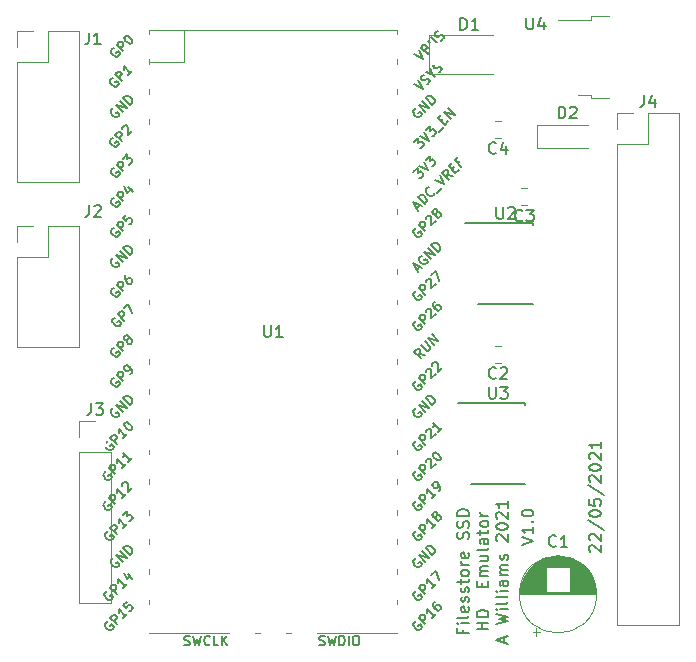
<source format=gto>
G04 #@! TF.GenerationSoftware,KiCad,Pcbnew,(5.1.10)-1*
G04 #@! TF.CreationDate,2021-07-28T22:28:55+09:30*
G04 #@! TF.ProjectId,FilestoreE01-SSD,46696c65-7374-46f7-9265-4530312d5353,rev?*
G04 #@! TF.SameCoordinates,Original*
G04 #@! TF.FileFunction,Legend,Top*
G04 #@! TF.FilePolarity,Positive*
%FSLAX46Y46*%
G04 Gerber Fmt 4.6, Leading zero omitted, Abs format (unit mm)*
G04 Created by KiCad (PCBNEW (5.1.10)-1) date 2021-07-28 22:28:55*
%MOMM*%
%LPD*%
G01*
G04 APERTURE LIST*
%ADD10C,0.150000*%
%ADD11C,0.120000*%
%ADD12O,1.800000X1.800000*%
%ADD13O,1.600000X1.600000*%
%ADD14O,1.900000X1.900000*%
%ADD15C,1.700000*%
G04 APERTURE END LIST*
D10*
X162742619Y-109441666D02*
X162695000Y-109394047D01*
X162647380Y-109298809D01*
X162647380Y-109060714D01*
X162695000Y-108965476D01*
X162742619Y-108917857D01*
X162837857Y-108870238D01*
X162933095Y-108870238D01*
X163075952Y-108917857D01*
X163647380Y-109489285D01*
X163647380Y-108870238D01*
X162742619Y-108489285D02*
X162695000Y-108441666D01*
X162647380Y-108346428D01*
X162647380Y-108108333D01*
X162695000Y-108013095D01*
X162742619Y-107965476D01*
X162837857Y-107917857D01*
X162933095Y-107917857D01*
X163075952Y-107965476D01*
X163647380Y-108536904D01*
X163647380Y-107917857D01*
X162599761Y-106775000D02*
X163885476Y-107632142D01*
X162647380Y-106251190D02*
X162647380Y-106155952D01*
X162695000Y-106060714D01*
X162742619Y-106013095D01*
X162837857Y-105965476D01*
X163028333Y-105917857D01*
X163266428Y-105917857D01*
X163456904Y-105965476D01*
X163552142Y-106013095D01*
X163599761Y-106060714D01*
X163647380Y-106155952D01*
X163647380Y-106251190D01*
X163599761Y-106346428D01*
X163552142Y-106394047D01*
X163456904Y-106441666D01*
X163266428Y-106489285D01*
X163028333Y-106489285D01*
X162837857Y-106441666D01*
X162742619Y-106394047D01*
X162695000Y-106346428D01*
X162647380Y-106251190D01*
X162647380Y-105013095D02*
X162647380Y-105489285D01*
X163123571Y-105536904D01*
X163075952Y-105489285D01*
X163028333Y-105394047D01*
X163028333Y-105155952D01*
X163075952Y-105060714D01*
X163123571Y-105013095D01*
X163218809Y-104965476D01*
X163456904Y-104965476D01*
X163552142Y-105013095D01*
X163599761Y-105060714D01*
X163647380Y-105155952D01*
X163647380Y-105394047D01*
X163599761Y-105489285D01*
X163552142Y-105536904D01*
X162599761Y-103822619D02*
X163885476Y-104679761D01*
X162742619Y-103536904D02*
X162695000Y-103489285D01*
X162647380Y-103394047D01*
X162647380Y-103155952D01*
X162695000Y-103060714D01*
X162742619Y-103013095D01*
X162837857Y-102965476D01*
X162933095Y-102965476D01*
X163075952Y-103013095D01*
X163647380Y-103584523D01*
X163647380Y-102965476D01*
X162647380Y-102346428D02*
X162647380Y-102251190D01*
X162695000Y-102155952D01*
X162742619Y-102108333D01*
X162837857Y-102060714D01*
X163028333Y-102013095D01*
X163266428Y-102013095D01*
X163456904Y-102060714D01*
X163552142Y-102108333D01*
X163599761Y-102155952D01*
X163647380Y-102251190D01*
X163647380Y-102346428D01*
X163599761Y-102441666D01*
X163552142Y-102489285D01*
X163456904Y-102536904D01*
X163266428Y-102584523D01*
X163028333Y-102584523D01*
X162837857Y-102536904D01*
X162742619Y-102489285D01*
X162695000Y-102441666D01*
X162647380Y-102346428D01*
X162742619Y-101632142D02*
X162695000Y-101584523D01*
X162647380Y-101489285D01*
X162647380Y-101251190D01*
X162695000Y-101155952D01*
X162742619Y-101108333D01*
X162837857Y-101060714D01*
X162933095Y-101060714D01*
X163075952Y-101108333D01*
X163647380Y-101679761D01*
X163647380Y-101060714D01*
X163647380Y-100108333D02*
X163647380Y-100679761D01*
X163647380Y-100394047D02*
X162647380Y-100394047D01*
X162790238Y-100489285D01*
X162885476Y-100584523D01*
X162933095Y-100679761D01*
X156932380Y-108838809D02*
X157932380Y-108505476D01*
X156932380Y-108172142D01*
X157932380Y-107315000D02*
X157932380Y-107886428D01*
X157932380Y-107600714D02*
X156932380Y-107600714D01*
X157075238Y-107695952D01*
X157170476Y-107791190D01*
X157218095Y-107886428D01*
X157837142Y-106886428D02*
X157884761Y-106838809D01*
X157932380Y-106886428D01*
X157884761Y-106934047D01*
X157837142Y-106886428D01*
X157932380Y-106886428D01*
X156932380Y-106219761D02*
X156932380Y-106124523D01*
X156980000Y-106029285D01*
X157027619Y-105981666D01*
X157122857Y-105934047D01*
X157313333Y-105886428D01*
X157551428Y-105886428D01*
X157741904Y-105934047D01*
X157837142Y-105981666D01*
X157884761Y-106029285D01*
X157932380Y-106124523D01*
X157932380Y-106219761D01*
X157884761Y-106315000D01*
X157837142Y-106362619D01*
X157741904Y-106410238D01*
X157551428Y-106457857D01*
X157313333Y-106457857D01*
X157122857Y-106410238D01*
X157027619Y-106362619D01*
X156980000Y-106315000D01*
X156932380Y-106219761D01*
X151948571Y-116029761D02*
X151948571Y-116363095D01*
X152472380Y-116363095D02*
X151472380Y-116363095D01*
X151472380Y-115886904D01*
X152472380Y-115505952D02*
X151805714Y-115505952D01*
X151472380Y-115505952D02*
X151520000Y-115553571D01*
X151567619Y-115505952D01*
X151520000Y-115458333D01*
X151472380Y-115505952D01*
X151567619Y-115505952D01*
X152472380Y-114886904D02*
X152424761Y-114982142D01*
X152329523Y-115029761D01*
X151472380Y-115029761D01*
X152424761Y-114125000D02*
X152472380Y-114220238D01*
X152472380Y-114410714D01*
X152424761Y-114505952D01*
X152329523Y-114553571D01*
X151948571Y-114553571D01*
X151853333Y-114505952D01*
X151805714Y-114410714D01*
X151805714Y-114220238D01*
X151853333Y-114125000D01*
X151948571Y-114077380D01*
X152043809Y-114077380D01*
X152139047Y-114553571D01*
X152424761Y-113696428D02*
X152472380Y-113601190D01*
X152472380Y-113410714D01*
X152424761Y-113315476D01*
X152329523Y-113267857D01*
X152281904Y-113267857D01*
X152186666Y-113315476D01*
X152139047Y-113410714D01*
X152139047Y-113553571D01*
X152091428Y-113648809D01*
X151996190Y-113696428D01*
X151948571Y-113696428D01*
X151853333Y-113648809D01*
X151805714Y-113553571D01*
X151805714Y-113410714D01*
X151853333Y-113315476D01*
X152424761Y-112886904D02*
X152472380Y-112791666D01*
X152472380Y-112601190D01*
X152424761Y-112505952D01*
X152329523Y-112458333D01*
X152281904Y-112458333D01*
X152186666Y-112505952D01*
X152139047Y-112601190D01*
X152139047Y-112744047D01*
X152091428Y-112839285D01*
X151996190Y-112886904D01*
X151948571Y-112886904D01*
X151853333Y-112839285D01*
X151805714Y-112744047D01*
X151805714Y-112601190D01*
X151853333Y-112505952D01*
X151805714Y-112172619D02*
X151805714Y-111791666D01*
X151472380Y-112029761D02*
X152329523Y-112029761D01*
X152424761Y-111982142D01*
X152472380Y-111886904D01*
X152472380Y-111791666D01*
X152472380Y-111315476D02*
X152424761Y-111410714D01*
X152377142Y-111458333D01*
X152281904Y-111505952D01*
X151996190Y-111505952D01*
X151900952Y-111458333D01*
X151853333Y-111410714D01*
X151805714Y-111315476D01*
X151805714Y-111172619D01*
X151853333Y-111077380D01*
X151900952Y-111029761D01*
X151996190Y-110982142D01*
X152281904Y-110982142D01*
X152377142Y-111029761D01*
X152424761Y-111077380D01*
X152472380Y-111172619D01*
X152472380Y-111315476D01*
X152472380Y-110553571D02*
X151805714Y-110553571D01*
X151996190Y-110553571D02*
X151900952Y-110505952D01*
X151853333Y-110458333D01*
X151805714Y-110363095D01*
X151805714Y-110267857D01*
X152424761Y-109553571D02*
X152472380Y-109648809D01*
X152472380Y-109839285D01*
X152424761Y-109934523D01*
X152329523Y-109982142D01*
X151948571Y-109982142D01*
X151853333Y-109934523D01*
X151805714Y-109839285D01*
X151805714Y-109648809D01*
X151853333Y-109553571D01*
X151948571Y-109505952D01*
X152043809Y-109505952D01*
X152139047Y-109982142D01*
X152424761Y-108363095D02*
X152472380Y-108220238D01*
X152472380Y-107982142D01*
X152424761Y-107886904D01*
X152377142Y-107839285D01*
X152281904Y-107791666D01*
X152186666Y-107791666D01*
X152091428Y-107839285D01*
X152043809Y-107886904D01*
X151996190Y-107982142D01*
X151948571Y-108172619D01*
X151900952Y-108267857D01*
X151853333Y-108315476D01*
X151758095Y-108363095D01*
X151662857Y-108363095D01*
X151567619Y-108315476D01*
X151520000Y-108267857D01*
X151472380Y-108172619D01*
X151472380Y-107934523D01*
X151520000Y-107791666D01*
X152424761Y-107410714D02*
X152472380Y-107267857D01*
X152472380Y-107029761D01*
X152424761Y-106934523D01*
X152377142Y-106886904D01*
X152281904Y-106839285D01*
X152186666Y-106839285D01*
X152091428Y-106886904D01*
X152043809Y-106934523D01*
X151996190Y-107029761D01*
X151948571Y-107220238D01*
X151900952Y-107315476D01*
X151853333Y-107363095D01*
X151758095Y-107410714D01*
X151662857Y-107410714D01*
X151567619Y-107363095D01*
X151520000Y-107315476D01*
X151472380Y-107220238D01*
X151472380Y-106982142D01*
X151520000Y-106839285D01*
X152472380Y-106410714D02*
X151472380Y-106410714D01*
X151472380Y-106172619D01*
X151520000Y-106029761D01*
X151615238Y-105934523D01*
X151710476Y-105886904D01*
X151900952Y-105839285D01*
X152043809Y-105839285D01*
X152234285Y-105886904D01*
X152329523Y-105934523D01*
X152424761Y-106029761D01*
X152472380Y-106172619D01*
X152472380Y-106410714D01*
X154122380Y-116005952D02*
X153122380Y-116005952D01*
X153598571Y-116005952D02*
X153598571Y-115434523D01*
X154122380Y-115434523D02*
X153122380Y-115434523D01*
X154122380Y-114958333D02*
X153122380Y-114958333D01*
X153122380Y-114720238D01*
X153170000Y-114577380D01*
X153265238Y-114482142D01*
X153360476Y-114434523D01*
X153550952Y-114386904D01*
X153693809Y-114386904D01*
X153884285Y-114434523D01*
X153979523Y-114482142D01*
X154074761Y-114577380D01*
X154122380Y-114720238D01*
X154122380Y-114958333D01*
X153598571Y-112434523D02*
X153598571Y-112101190D01*
X154122380Y-111958333D02*
X154122380Y-112434523D01*
X153122380Y-112434523D01*
X153122380Y-111958333D01*
X154122380Y-111529761D02*
X153455714Y-111529761D01*
X153550952Y-111529761D02*
X153503333Y-111482142D01*
X153455714Y-111386904D01*
X153455714Y-111244047D01*
X153503333Y-111148809D01*
X153598571Y-111101190D01*
X154122380Y-111101190D01*
X153598571Y-111101190D02*
X153503333Y-111053571D01*
X153455714Y-110958333D01*
X153455714Y-110815476D01*
X153503333Y-110720238D01*
X153598571Y-110672619D01*
X154122380Y-110672619D01*
X153455714Y-109767857D02*
X154122380Y-109767857D01*
X153455714Y-110196428D02*
X153979523Y-110196428D01*
X154074761Y-110148809D01*
X154122380Y-110053571D01*
X154122380Y-109910714D01*
X154074761Y-109815476D01*
X154027142Y-109767857D01*
X154122380Y-109148809D02*
X154074761Y-109244047D01*
X153979523Y-109291666D01*
X153122380Y-109291666D01*
X154122380Y-108339285D02*
X153598571Y-108339285D01*
X153503333Y-108386904D01*
X153455714Y-108482142D01*
X153455714Y-108672619D01*
X153503333Y-108767857D01*
X154074761Y-108339285D02*
X154122380Y-108434523D01*
X154122380Y-108672619D01*
X154074761Y-108767857D01*
X153979523Y-108815476D01*
X153884285Y-108815476D01*
X153789047Y-108767857D01*
X153741428Y-108672619D01*
X153741428Y-108434523D01*
X153693809Y-108339285D01*
X153455714Y-108005952D02*
X153455714Y-107625000D01*
X153122380Y-107863095D02*
X153979523Y-107863095D01*
X154074761Y-107815476D01*
X154122380Y-107720238D01*
X154122380Y-107625000D01*
X154122380Y-107148809D02*
X154074761Y-107244047D01*
X154027142Y-107291666D01*
X153931904Y-107339285D01*
X153646190Y-107339285D01*
X153550952Y-107291666D01*
X153503333Y-107244047D01*
X153455714Y-107148809D01*
X153455714Y-107005952D01*
X153503333Y-106910714D01*
X153550952Y-106863095D01*
X153646190Y-106815476D01*
X153931904Y-106815476D01*
X154027142Y-106863095D01*
X154074761Y-106910714D01*
X154122380Y-107005952D01*
X154122380Y-107148809D01*
X154122380Y-106386904D02*
X153455714Y-106386904D01*
X153646190Y-106386904D02*
X153550952Y-106339285D01*
X153503333Y-106291666D01*
X153455714Y-106196428D01*
X153455714Y-106101190D01*
X155486666Y-117125000D02*
X155486666Y-116648809D01*
X155772380Y-117220238D02*
X154772380Y-116886904D01*
X155772380Y-116553571D01*
X154772380Y-115553571D02*
X155772380Y-115315476D01*
X155058095Y-115125000D01*
X155772380Y-114934523D01*
X154772380Y-114696428D01*
X155772380Y-114315476D02*
X155105714Y-114315476D01*
X154772380Y-114315476D02*
X154820000Y-114363095D01*
X154867619Y-114315476D01*
X154820000Y-114267857D01*
X154772380Y-114315476D01*
X154867619Y-114315476D01*
X155772380Y-113696428D02*
X155724761Y-113791666D01*
X155629523Y-113839285D01*
X154772380Y-113839285D01*
X155772380Y-113172619D02*
X155724761Y-113267857D01*
X155629523Y-113315476D01*
X154772380Y-113315476D01*
X155772380Y-112791666D02*
X155105714Y-112791666D01*
X154772380Y-112791666D02*
X154820000Y-112839285D01*
X154867619Y-112791666D01*
X154820000Y-112744047D01*
X154772380Y-112791666D01*
X154867619Y-112791666D01*
X155772380Y-111886904D02*
X155248571Y-111886904D01*
X155153333Y-111934523D01*
X155105714Y-112029761D01*
X155105714Y-112220238D01*
X155153333Y-112315476D01*
X155724761Y-111886904D02*
X155772380Y-111982142D01*
X155772380Y-112220238D01*
X155724761Y-112315476D01*
X155629523Y-112363095D01*
X155534285Y-112363095D01*
X155439047Y-112315476D01*
X155391428Y-112220238D01*
X155391428Y-111982142D01*
X155343809Y-111886904D01*
X155772380Y-111410714D02*
X155105714Y-111410714D01*
X155200952Y-111410714D02*
X155153333Y-111363095D01*
X155105714Y-111267857D01*
X155105714Y-111125000D01*
X155153333Y-111029761D01*
X155248571Y-110982142D01*
X155772380Y-110982142D01*
X155248571Y-110982142D02*
X155153333Y-110934523D01*
X155105714Y-110839285D01*
X155105714Y-110696428D01*
X155153333Y-110601190D01*
X155248571Y-110553571D01*
X155772380Y-110553571D01*
X155724761Y-110125000D02*
X155772380Y-110029761D01*
X155772380Y-109839285D01*
X155724761Y-109744047D01*
X155629523Y-109696428D01*
X155581904Y-109696428D01*
X155486666Y-109744047D01*
X155439047Y-109839285D01*
X155439047Y-109982142D01*
X155391428Y-110077380D01*
X155296190Y-110125000D01*
X155248571Y-110125000D01*
X155153333Y-110077380D01*
X155105714Y-109982142D01*
X155105714Y-109839285D01*
X155153333Y-109744047D01*
X154867619Y-108553571D02*
X154820000Y-108505952D01*
X154772380Y-108410714D01*
X154772380Y-108172619D01*
X154820000Y-108077380D01*
X154867619Y-108029761D01*
X154962857Y-107982142D01*
X155058095Y-107982142D01*
X155200952Y-108029761D01*
X155772380Y-108601190D01*
X155772380Y-107982142D01*
X154772380Y-107363095D02*
X154772380Y-107267857D01*
X154820000Y-107172619D01*
X154867619Y-107125000D01*
X154962857Y-107077380D01*
X155153333Y-107029761D01*
X155391428Y-107029761D01*
X155581904Y-107077380D01*
X155677142Y-107125000D01*
X155724761Y-107172619D01*
X155772380Y-107267857D01*
X155772380Y-107363095D01*
X155724761Y-107458333D01*
X155677142Y-107505952D01*
X155581904Y-107553571D01*
X155391428Y-107601190D01*
X155153333Y-107601190D01*
X154962857Y-107553571D01*
X154867619Y-107505952D01*
X154820000Y-107458333D01*
X154772380Y-107363095D01*
X154867619Y-106648809D02*
X154820000Y-106601190D01*
X154772380Y-106505952D01*
X154772380Y-106267857D01*
X154820000Y-106172619D01*
X154867619Y-106125000D01*
X154962857Y-106077380D01*
X155058095Y-106077380D01*
X155200952Y-106125000D01*
X155772380Y-106696428D01*
X155772380Y-106077380D01*
X155772380Y-105125000D02*
X155772380Y-105696428D01*
X155772380Y-105410714D02*
X154772380Y-105410714D01*
X154915238Y-105505952D01*
X155010476Y-105601190D01*
X155058095Y-105696428D01*
D11*
X164340000Y-64115000D02*
X162840000Y-64115000D01*
X162840000Y-64115000D02*
X162840000Y-64385000D01*
X162840000Y-64385000D02*
X160010000Y-64385000D01*
X164340000Y-71015000D02*
X162840000Y-71015000D01*
X162840000Y-71015000D02*
X162840000Y-70745000D01*
X162840000Y-70745000D02*
X161740000Y-70745000D01*
D10*
X157265000Y-96880000D02*
X157265000Y-96980000D01*
X157265000Y-103705000D02*
X157265000Y-103680000D01*
X152615000Y-103705000D02*
X152615000Y-103680000D01*
X151540000Y-96880000D02*
X157265000Y-96880000D01*
X152615000Y-103705000D02*
X157265000Y-103705000D01*
X157900000Y-81640000D02*
X157900000Y-81740000D01*
X157900000Y-88465000D02*
X157900000Y-88440000D01*
X153250000Y-88465000D02*
X153250000Y-88440000D01*
X152175000Y-81640000D02*
X157900000Y-81640000D01*
X153250000Y-88465000D02*
X157900000Y-88465000D01*
D11*
X136990000Y-116305000D02*
X137390000Y-116305000D01*
X134390000Y-116305000D02*
X134790000Y-116305000D01*
X146390000Y-116305000D02*
X139590000Y-116305000D01*
X146390000Y-105905000D02*
X146390000Y-106305000D01*
X146390000Y-98205000D02*
X146390000Y-98605000D01*
X146390000Y-72805000D02*
X146390000Y-73205000D01*
X146390000Y-65305000D02*
X146390000Y-65605000D01*
X146390000Y-88105000D02*
X146390000Y-88505000D01*
X146390000Y-103305000D02*
X146390000Y-103705000D01*
X146390000Y-83005000D02*
X146390000Y-83405000D01*
X146390000Y-77905000D02*
X146390000Y-78305000D01*
X146390000Y-90605000D02*
X146390000Y-91005000D01*
X146390000Y-95705000D02*
X146390000Y-96105000D01*
X146390000Y-110905000D02*
X146390000Y-111305000D01*
X146390000Y-113505000D02*
X146390000Y-113905000D01*
X146390000Y-108405000D02*
X146390000Y-108805000D01*
X146390000Y-75405000D02*
X146390000Y-75805000D01*
X146390000Y-67705000D02*
X146390000Y-68105000D01*
X146390000Y-70305000D02*
X146390000Y-70705000D01*
X146390000Y-100805000D02*
X146390000Y-101205000D01*
X146390000Y-93105000D02*
X146390000Y-93505000D01*
X146390000Y-85505000D02*
X146390000Y-85905000D01*
X146390000Y-80405000D02*
X146390000Y-80805000D01*
X125390000Y-113505000D02*
X125390000Y-113905000D01*
X125390000Y-110905000D02*
X125390000Y-111305000D01*
X125390000Y-108405000D02*
X125390000Y-108805000D01*
X125390000Y-105905000D02*
X125390000Y-106305000D01*
X125390000Y-103305000D02*
X125390000Y-103705000D01*
X125390000Y-100805000D02*
X125390000Y-101205000D01*
X125390000Y-98205000D02*
X125390000Y-98605000D01*
X125390000Y-95705000D02*
X125390000Y-96105000D01*
X125390000Y-93105000D02*
X125390000Y-93505000D01*
X125390000Y-90605000D02*
X125390000Y-91005000D01*
X125390000Y-88105000D02*
X125390000Y-88505000D01*
X125390000Y-85505000D02*
X125390000Y-85905000D01*
X125390000Y-83005000D02*
X125390000Y-83405000D01*
X125390000Y-80405000D02*
X125390000Y-80805000D01*
X125390000Y-77905000D02*
X125390000Y-78305000D01*
X125390000Y-75405000D02*
X125390000Y-75805000D01*
X125390000Y-72805000D02*
X125390000Y-73205000D01*
X125390000Y-70305000D02*
X125390000Y-70705000D01*
X125390000Y-67705000D02*
X125390000Y-68105000D01*
X125390000Y-65305000D02*
X125390000Y-65605000D01*
X128397000Y-67972000D02*
X128397000Y-65305000D01*
X125390000Y-67972000D02*
X128397000Y-67972000D01*
X132190000Y-116305000D02*
X125390000Y-116305000D01*
X125390000Y-65305000D02*
X146390000Y-65305000D01*
X165040000Y-115630000D02*
X170240000Y-115630000D01*
X165040000Y-74930000D02*
X165040000Y-115630000D01*
X170240000Y-72330000D02*
X170240000Y-115630000D01*
X165040000Y-74930000D02*
X167640000Y-74930000D01*
X167640000Y-74930000D02*
X167640000Y-72330000D01*
X167640000Y-72330000D02*
X170240000Y-72330000D01*
X165040000Y-73660000D02*
X165040000Y-72330000D01*
X165040000Y-72330000D02*
X166370000Y-72330000D01*
X119485100Y-113765640D02*
X122145100Y-113765640D01*
X119485100Y-101005640D02*
X119485100Y-113765640D01*
X122145100Y-101005640D02*
X122145100Y-113765640D01*
X119485100Y-101005640D02*
X122145100Y-101005640D01*
X119485100Y-99735640D02*
X119485100Y-98405640D01*
X119485100Y-98405640D02*
X120815100Y-98405640D01*
X114240000Y-92135000D02*
X119440000Y-92135000D01*
X114240000Y-84455000D02*
X114240000Y-92135000D01*
X119440000Y-81855000D02*
X119440000Y-92135000D01*
X114240000Y-84455000D02*
X116840000Y-84455000D01*
X116840000Y-84455000D02*
X116840000Y-81855000D01*
X116840000Y-81855000D02*
X119440000Y-81855000D01*
X114240000Y-83185000D02*
X114240000Y-81855000D01*
X114240000Y-81855000D02*
X115570000Y-81855000D01*
X114240000Y-78165000D02*
X119440000Y-78165000D01*
X114240000Y-67945000D02*
X114240000Y-78165000D01*
X119440000Y-65345000D02*
X119440000Y-78165000D01*
X114240000Y-67945000D02*
X116840000Y-67945000D01*
X116840000Y-67945000D02*
X116840000Y-65345000D01*
X116840000Y-65345000D02*
X119440000Y-65345000D01*
X114240000Y-66675000D02*
X114240000Y-65345000D01*
X114240000Y-65345000D02*
X115570000Y-65345000D01*
X149095000Y-65660000D02*
X149095000Y-68960000D01*
X149095000Y-68960000D02*
X154495000Y-68960000D01*
X149095000Y-65660000D02*
X154495000Y-65660000D01*
X155198578Y-74370000D02*
X154681422Y-74370000D01*
X155198578Y-72950000D02*
X154681422Y-72950000D01*
X157436078Y-80085000D02*
X156918922Y-80085000D01*
X157436078Y-78665000D02*
X156918922Y-78665000D01*
X155198578Y-93420000D02*
X154681422Y-93420000D01*
X155198578Y-92000000D02*
X154681422Y-92000000D01*
X163290000Y-113050000D02*
G75*
G03*
X163290000Y-113050000I-3270000J0D01*
G01*
X156790000Y-113050000D02*
X163250000Y-113050000D01*
X156790000Y-113010000D02*
X163250000Y-113010000D01*
X156790000Y-112970000D02*
X163250000Y-112970000D01*
X156792000Y-112930000D02*
X163248000Y-112930000D01*
X156793000Y-112890000D02*
X163247000Y-112890000D01*
X156796000Y-112850000D02*
X163244000Y-112850000D01*
X156798000Y-112810000D02*
X158980000Y-112810000D01*
X161060000Y-112810000D02*
X163242000Y-112810000D01*
X156802000Y-112770000D02*
X158980000Y-112770000D01*
X161060000Y-112770000D02*
X163238000Y-112770000D01*
X156805000Y-112730000D02*
X158980000Y-112730000D01*
X161060000Y-112730000D02*
X163235000Y-112730000D01*
X156809000Y-112690000D02*
X158980000Y-112690000D01*
X161060000Y-112690000D02*
X163231000Y-112690000D01*
X156814000Y-112650000D02*
X158980000Y-112650000D01*
X161060000Y-112650000D02*
X163226000Y-112650000D01*
X156819000Y-112610000D02*
X158980000Y-112610000D01*
X161060000Y-112610000D02*
X163221000Y-112610000D01*
X156825000Y-112570000D02*
X158980000Y-112570000D01*
X161060000Y-112570000D02*
X163215000Y-112570000D01*
X156831000Y-112530000D02*
X158980000Y-112530000D01*
X161060000Y-112530000D02*
X163209000Y-112530000D01*
X156838000Y-112490000D02*
X158980000Y-112490000D01*
X161060000Y-112490000D02*
X163202000Y-112490000D01*
X156845000Y-112450000D02*
X158980000Y-112450000D01*
X161060000Y-112450000D02*
X163195000Y-112450000D01*
X156853000Y-112410000D02*
X158980000Y-112410000D01*
X161060000Y-112410000D02*
X163187000Y-112410000D01*
X156861000Y-112370000D02*
X158980000Y-112370000D01*
X161060000Y-112370000D02*
X163179000Y-112370000D01*
X156870000Y-112329000D02*
X158980000Y-112329000D01*
X161060000Y-112329000D02*
X163170000Y-112329000D01*
X156879000Y-112289000D02*
X158980000Y-112289000D01*
X161060000Y-112289000D02*
X163161000Y-112289000D01*
X156889000Y-112249000D02*
X158980000Y-112249000D01*
X161060000Y-112249000D02*
X163151000Y-112249000D01*
X156899000Y-112209000D02*
X158980000Y-112209000D01*
X161060000Y-112209000D02*
X163141000Y-112209000D01*
X156910000Y-112169000D02*
X158980000Y-112169000D01*
X161060000Y-112169000D02*
X163130000Y-112169000D01*
X156922000Y-112129000D02*
X158980000Y-112129000D01*
X161060000Y-112129000D02*
X163118000Y-112129000D01*
X156934000Y-112089000D02*
X158980000Y-112089000D01*
X161060000Y-112089000D02*
X163106000Y-112089000D01*
X156946000Y-112049000D02*
X158980000Y-112049000D01*
X161060000Y-112049000D02*
X163094000Y-112049000D01*
X156959000Y-112009000D02*
X158980000Y-112009000D01*
X161060000Y-112009000D02*
X163081000Y-112009000D01*
X156973000Y-111969000D02*
X158980000Y-111969000D01*
X161060000Y-111969000D02*
X163067000Y-111969000D01*
X156987000Y-111929000D02*
X158980000Y-111929000D01*
X161060000Y-111929000D02*
X163053000Y-111929000D01*
X157002000Y-111889000D02*
X158980000Y-111889000D01*
X161060000Y-111889000D02*
X163038000Y-111889000D01*
X157018000Y-111849000D02*
X158980000Y-111849000D01*
X161060000Y-111849000D02*
X163022000Y-111849000D01*
X157034000Y-111809000D02*
X158980000Y-111809000D01*
X161060000Y-111809000D02*
X163006000Y-111809000D01*
X157050000Y-111769000D02*
X158980000Y-111769000D01*
X161060000Y-111769000D02*
X162990000Y-111769000D01*
X157068000Y-111729000D02*
X158980000Y-111729000D01*
X161060000Y-111729000D02*
X162972000Y-111729000D01*
X157086000Y-111689000D02*
X158980000Y-111689000D01*
X161060000Y-111689000D02*
X162954000Y-111689000D01*
X157104000Y-111649000D02*
X158980000Y-111649000D01*
X161060000Y-111649000D02*
X162936000Y-111649000D01*
X157124000Y-111609000D02*
X158980000Y-111609000D01*
X161060000Y-111609000D02*
X162916000Y-111609000D01*
X157144000Y-111569000D02*
X158980000Y-111569000D01*
X161060000Y-111569000D02*
X162896000Y-111569000D01*
X157164000Y-111529000D02*
X158980000Y-111529000D01*
X161060000Y-111529000D02*
X162876000Y-111529000D01*
X157186000Y-111489000D02*
X158980000Y-111489000D01*
X161060000Y-111489000D02*
X162854000Y-111489000D01*
X157208000Y-111449000D02*
X158980000Y-111449000D01*
X161060000Y-111449000D02*
X162832000Y-111449000D01*
X157230000Y-111409000D02*
X158980000Y-111409000D01*
X161060000Y-111409000D02*
X162810000Y-111409000D01*
X157254000Y-111369000D02*
X158980000Y-111369000D01*
X161060000Y-111369000D02*
X162786000Y-111369000D01*
X157278000Y-111329000D02*
X158980000Y-111329000D01*
X161060000Y-111329000D02*
X162762000Y-111329000D01*
X157304000Y-111289000D02*
X158980000Y-111289000D01*
X161060000Y-111289000D02*
X162736000Y-111289000D01*
X157330000Y-111249000D02*
X158980000Y-111249000D01*
X161060000Y-111249000D02*
X162710000Y-111249000D01*
X157356000Y-111209000D02*
X158980000Y-111209000D01*
X161060000Y-111209000D02*
X162684000Y-111209000D01*
X157384000Y-111169000D02*
X158980000Y-111169000D01*
X161060000Y-111169000D02*
X162656000Y-111169000D01*
X157413000Y-111129000D02*
X158980000Y-111129000D01*
X161060000Y-111129000D02*
X162627000Y-111129000D01*
X157442000Y-111089000D02*
X158980000Y-111089000D01*
X161060000Y-111089000D02*
X162598000Y-111089000D01*
X157472000Y-111049000D02*
X158980000Y-111049000D01*
X161060000Y-111049000D02*
X162568000Y-111049000D01*
X157504000Y-111009000D02*
X158980000Y-111009000D01*
X161060000Y-111009000D02*
X162536000Y-111009000D01*
X157536000Y-110969000D02*
X158980000Y-110969000D01*
X161060000Y-110969000D02*
X162504000Y-110969000D01*
X157570000Y-110929000D02*
X158980000Y-110929000D01*
X161060000Y-110929000D02*
X162470000Y-110929000D01*
X157604000Y-110889000D02*
X158980000Y-110889000D01*
X161060000Y-110889000D02*
X162436000Y-110889000D01*
X157640000Y-110849000D02*
X158980000Y-110849000D01*
X161060000Y-110849000D02*
X162400000Y-110849000D01*
X157677000Y-110809000D02*
X158980000Y-110809000D01*
X161060000Y-110809000D02*
X162363000Y-110809000D01*
X157715000Y-110769000D02*
X158980000Y-110769000D01*
X161060000Y-110769000D02*
X162325000Y-110769000D01*
X157755000Y-110729000D02*
X162285000Y-110729000D01*
X157796000Y-110689000D02*
X162244000Y-110689000D01*
X157838000Y-110649000D02*
X162202000Y-110649000D01*
X157883000Y-110609000D02*
X162157000Y-110609000D01*
X157928000Y-110569000D02*
X162112000Y-110569000D01*
X157976000Y-110529000D02*
X162064000Y-110529000D01*
X158025000Y-110489000D02*
X162015000Y-110489000D01*
X158076000Y-110449000D02*
X161964000Y-110449000D01*
X158130000Y-110409000D02*
X161910000Y-110409000D01*
X158186000Y-110369000D02*
X161854000Y-110369000D01*
X158244000Y-110329000D02*
X161796000Y-110329000D01*
X158306000Y-110289000D02*
X161734000Y-110289000D01*
X158370000Y-110249000D02*
X161670000Y-110249000D01*
X158439000Y-110209000D02*
X161601000Y-110209000D01*
X158511000Y-110169000D02*
X161529000Y-110169000D01*
X158588000Y-110129000D02*
X161452000Y-110129000D01*
X158670000Y-110089000D02*
X161370000Y-110089000D01*
X158758000Y-110049000D02*
X161282000Y-110049000D01*
X158855000Y-110009000D02*
X161185000Y-110009000D01*
X158961000Y-109969000D02*
X161079000Y-109969000D01*
X159080000Y-109929000D02*
X160960000Y-109929000D01*
X159218000Y-109889000D02*
X160822000Y-109889000D01*
X159387000Y-109849000D02*
X160653000Y-109849000D01*
X159618000Y-109809000D02*
X160422000Y-109809000D01*
X158181000Y-116550241D02*
X158181000Y-115920241D01*
X157866000Y-116235241D02*
X158496000Y-116235241D01*
X158260000Y-75295000D02*
X162560000Y-75295000D01*
X158260000Y-73295000D02*
X158260000Y-75295000D01*
X162560000Y-73295000D02*
X158260000Y-73295000D01*
D10*
X157353095Y-64222380D02*
X157353095Y-65031904D01*
X157400714Y-65127142D01*
X157448333Y-65174761D01*
X157543571Y-65222380D01*
X157734047Y-65222380D01*
X157829285Y-65174761D01*
X157876904Y-65127142D01*
X157924523Y-65031904D01*
X157924523Y-64222380D01*
X158829285Y-64555714D02*
X158829285Y-65222380D01*
X158591190Y-64174761D02*
X158353095Y-64889047D01*
X158972142Y-64889047D01*
X154178095Y-95482380D02*
X154178095Y-96291904D01*
X154225714Y-96387142D01*
X154273333Y-96434761D01*
X154368571Y-96482380D01*
X154559047Y-96482380D01*
X154654285Y-96434761D01*
X154701904Y-96387142D01*
X154749523Y-96291904D01*
X154749523Y-95482380D01*
X155130476Y-95482380D02*
X155749523Y-95482380D01*
X155416190Y-95863333D01*
X155559047Y-95863333D01*
X155654285Y-95910952D01*
X155701904Y-95958571D01*
X155749523Y-96053809D01*
X155749523Y-96291904D01*
X155701904Y-96387142D01*
X155654285Y-96434761D01*
X155559047Y-96482380D01*
X155273333Y-96482380D01*
X155178095Y-96434761D01*
X155130476Y-96387142D01*
X154813095Y-80242380D02*
X154813095Y-81051904D01*
X154860714Y-81147142D01*
X154908333Y-81194761D01*
X155003571Y-81242380D01*
X155194047Y-81242380D01*
X155289285Y-81194761D01*
X155336904Y-81147142D01*
X155384523Y-81051904D01*
X155384523Y-80242380D01*
X155813095Y-80337619D02*
X155860714Y-80290000D01*
X155955952Y-80242380D01*
X156194047Y-80242380D01*
X156289285Y-80290000D01*
X156336904Y-80337619D01*
X156384523Y-80432857D01*
X156384523Y-80528095D01*
X156336904Y-80670952D01*
X155765476Y-81242380D01*
X156384523Y-81242380D01*
X135128095Y-90257380D02*
X135128095Y-91066904D01*
X135175714Y-91162142D01*
X135223333Y-91209761D01*
X135318571Y-91257380D01*
X135509047Y-91257380D01*
X135604285Y-91209761D01*
X135651904Y-91162142D01*
X135699523Y-91066904D01*
X135699523Y-90257380D01*
X136699523Y-91257380D02*
X136128095Y-91257380D01*
X136413809Y-91257380D02*
X136413809Y-90257380D01*
X136318571Y-90400238D01*
X136223333Y-90495476D01*
X136128095Y-90543095D01*
X139794761Y-117328809D02*
X139909047Y-117366904D01*
X140099523Y-117366904D01*
X140175714Y-117328809D01*
X140213809Y-117290714D01*
X140251904Y-117214523D01*
X140251904Y-117138333D01*
X140213809Y-117062142D01*
X140175714Y-117024047D01*
X140099523Y-116985952D01*
X139947142Y-116947857D01*
X139870952Y-116909761D01*
X139832857Y-116871666D01*
X139794761Y-116795476D01*
X139794761Y-116719285D01*
X139832857Y-116643095D01*
X139870952Y-116605000D01*
X139947142Y-116566904D01*
X140137619Y-116566904D01*
X140251904Y-116605000D01*
X140518571Y-116566904D02*
X140709047Y-117366904D01*
X140861428Y-116795476D01*
X141013809Y-117366904D01*
X141204285Y-116566904D01*
X141509047Y-117366904D02*
X141509047Y-116566904D01*
X141699523Y-116566904D01*
X141813809Y-116605000D01*
X141890000Y-116681190D01*
X141928095Y-116757380D01*
X141966190Y-116909761D01*
X141966190Y-117024047D01*
X141928095Y-117176428D01*
X141890000Y-117252619D01*
X141813809Y-117328809D01*
X141699523Y-117366904D01*
X141509047Y-117366904D01*
X142309047Y-117366904D02*
X142309047Y-116566904D01*
X142842380Y-116566904D02*
X142994761Y-116566904D01*
X143070952Y-116605000D01*
X143147142Y-116681190D01*
X143185238Y-116833571D01*
X143185238Y-117100238D01*
X143147142Y-117252619D01*
X143070952Y-117328809D01*
X142994761Y-117366904D01*
X142842380Y-117366904D01*
X142766190Y-117328809D01*
X142690000Y-117252619D01*
X142651904Y-117100238D01*
X142651904Y-116833571D01*
X142690000Y-116681190D01*
X142766190Y-116605000D01*
X142842380Y-116566904D01*
X128380476Y-117328809D02*
X128494761Y-117366904D01*
X128685238Y-117366904D01*
X128761428Y-117328809D01*
X128799523Y-117290714D01*
X128837619Y-117214523D01*
X128837619Y-117138333D01*
X128799523Y-117062142D01*
X128761428Y-117024047D01*
X128685238Y-116985952D01*
X128532857Y-116947857D01*
X128456666Y-116909761D01*
X128418571Y-116871666D01*
X128380476Y-116795476D01*
X128380476Y-116719285D01*
X128418571Y-116643095D01*
X128456666Y-116605000D01*
X128532857Y-116566904D01*
X128723333Y-116566904D01*
X128837619Y-116605000D01*
X129104285Y-116566904D02*
X129294761Y-117366904D01*
X129447142Y-116795476D01*
X129599523Y-117366904D01*
X129790000Y-116566904D01*
X130551904Y-117290714D02*
X130513809Y-117328809D01*
X130399523Y-117366904D01*
X130323333Y-117366904D01*
X130209047Y-117328809D01*
X130132857Y-117252619D01*
X130094761Y-117176428D01*
X130056666Y-117024047D01*
X130056666Y-116909761D01*
X130094761Y-116757380D01*
X130132857Y-116681190D01*
X130209047Y-116605000D01*
X130323333Y-116566904D01*
X130399523Y-116566904D01*
X130513809Y-116605000D01*
X130551904Y-116643095D01*
X131275714Y-117366904D02*
X130894761Y-117366904D01*
X130894761Y-116566904D01*
X131542380Y-117366904D02*
X131542380Y-116566904D01*
X131999523Y-117366904D02*
X131656666Y-116909761D01*
X131999523Y-116566904D02*
X131542380Y-117024047D01*
X148041597Y-85545964D02*
X148310971Y-85276590D01*
X148149346Y-85761463D02*
X147772223Y-85007216D01*
X148526470Y-85384340D01*
X148472595Y-84360719D02*
X148391783Y-84387656D01*
X148310971Y-84468468D01*
X148257096Y-84576218D01*
X148257096Y-84683967D01*
X148284033Y-84764780D01*
X148364845Y-84899467D01*
X148445658Y-84980279D01*
X148580345Y-85061091D01*
X148661157Y-85088028D01*
X148768906Y-85088028D01*
X148876656Y-85034154D01*
X148930531Y-84980279D01*
X148984406Y-84872529D01*
X148984406Y-84818654D01*
X148795844Y-84630093D01*
X148688094Y-84737842D01*
X149280717Y-84630093D02*
X148715032Y-84064407D01*
X149603966Y-84306844D01*
X149038280Y-83741158D01*
X149873340Y-84037470D02*
X149307654Y-83471784D01*
X149442341Y-83337097D01*
X149550091Y-83283223D01*
X149657841Y-83283223D01*
X149738653Y-83310160D01*
X149873340Y-83390972D01*
X149954152Y-83471784D01*
X150034964Y-83606471D01*
X150061902Y-83687284D01*
X150061902Y-83795033D01*
X150008027Y-83902783D01*
X149873340Y-84037470D01*
X147976158Y-71903155D02*
X147895346Y-71930093D01*
X147814534Y-72010905D01*
X147760659Y-72118654D01*
X147760659Y-72226404D01*
X147787597Y-72307216D01*
X147868409Y-72441903D01*
X147949221Y-72522715D01*
X148083908Y-72603528D01*
X148164720Y-72630465D01*
X148272470Y-72630465D01*
X148380219Y-72576590D01*
X148434094Y-72522715D01*
X148487969Y-72414966D01*
X148487969Y-72361091D01*
X148299407Y-72172529D01*
X148191658Y-72280279D01*
X148784280Y-72172529D02*
X148218595Y-71606844D01*
X149107529Y-71849280D01*
X148541844Y-71283595D01*
X149376903Y-71579906D02*
X148811218Y-71014221D01*
X148945905Y-70879534D01*
X149053654Y-70825659D01*
X149161404Y-70825659D01*
X149242216Y-70852597D01*
X149376903Y-70933409D01*
X149457715Y-71014221D01*
X149538528Y-71148908D01*
X149565465Y-71229720D01*
X149565465Y-71337470D01*
X149511590Y-71445219D01*
X149376903Y-71579906D01*
X147976158Y-97303155D02*
X147895346Y-97330093D01*
X147814534Y-97410905D01*
X147760659Y-97518654D01*
X147760659Y-97626404D01*
X147787597Y-97707216D01*
X147868409Y-97841903D01*
X147949221Y-97922715D01*
X148083908Y-98003528D01*
X148164720Y-98030465D01*
X148272470Y-98030465D01*
X148380219Y-97976590D01*
X148434094Y-97922715D01*
X148487969Y-97814966D01*
X148487969Y-97761091D01*
X148299407Y-97572529D01*
X148191658Y-97680279D01*
X148784280Y-97572529D02*
X148218595Y-97006844D01*
X149107529Y-97249280D01*
X148541844Y-96683595D01*
X149376903Y-96979906D02*
X148811218Y-96414221D01*
X148945905Y-96279534D01*
X149053654Y-96225659D01*
X149161404Y-96225659D01*
X149242216Y-96252597D01*
X149376903Y-96333409D01*
X149457715Y-96414221D01*
X149538528Y-96548908D01*
X149565465Y-96629720D01*
X149565465Y-96737470D01*
X149511590Y-96845219D01*
X149376903Y-96979906D01*
X147976158Y-110003155D02*
X147895346Y-110030093D01*
X147814534Y-110110905D01*
X147760659Y-110218654D01*
X147760659Y-110326404D01*
X147787597Y-110407216D01*
X147868409Y-110541903D01*
X147949221Y-110622715D01*
X148083908Y-110703528D01*
X148164720Y-110730465D01*
X148272470Y-110730465D01*
X148380219Y-110676590D01*
X148434094Y-110622715D01*
X148487969Y-110514966D01*
X148487969Y-110461091D01*
X148299407Y-110272529D01*
X148191658Y-110380279D01*
X148784280Y-110272529D02*
X148218595Y-109706844D01*
X149107529Y-109949280D01*
X148541844Y-109383595D01*
X149376903Y-109679906D02*
X148811218Y-109114221D01*
X148945905Y-108979534D01*
X149053654Y-108925659D01*
X149161404Y-108925659D01*
X149242216Y-108952597D01*
X149376903Y-109033409D01*
X149457715Y-109114221D01*
X149538528Y-109248908D01*
X149565465Y-109329720D01*
X149565465Y-109437470D01*
X149511590Y-109545219D01*
X149376903Y-109679906D01*
X122376158Y-110003155D02*
X122295346Y-110030093D01*
X122214534Y-110110905D01*
X122160659Y-110218654D01*
X122160659Y-110326404D01*
X122187597Y-110407216D01*
X122268409Y-110541903D01*
X122349221Y-110622715D01*
X122483908Y-110703528D01*
X122564720Y-110730465D01*
X122672470Y-110730465D01*
X122780219Y-110676590D01*
X122834094Y-110622715D01*
X122887969Y-110514966D01*
X122887969Y-110461091D01*
X122699407Y-110272529D01*
X122591658Y-110380279D01*
X123184280Y-110272529D02*
X122618595Y-109706844D01*
X123507529Y-109949280D01*
X122941844Y-109383595D01*
X123776903Y-109679906D02*
X123211218Y-109114221D01*
X123345905Y-108979534D01*
X123453654Y-108925659D01*
X123561404Y-108925659D01*
X123642216Y-108952597D01*
X123776903Y-109033409D01*
X123857715Y-109114221D01*
X123938528Y-109248908D01*
X123965465Y-109329720D01*
X123965465Y-109437470D01*
X123911590Y-109545219D01*
X123776903Y-109679906D01*
X122376158Y-97303155D02*
X122295346Y-97330093D01*
X122214534Y-97410905D01*
X122160659Y-97518654D01*
X122160659Y-97626404D01*
X122187597Y-97707216D01*
X122268409Y-97841903D01*
X122349221Y-97922715D01*
X122483908Y-98003528D01*
X122564720Y-98030465D01*
X122672470Y-98030465D01*
X122780219Y-97976590D01*
X122834094Y-97922715D01*
X122887969Y-97814966D01*
X122887969Y-97761091D01*
X122699407Y-97572529D01*
X122591658Y-97680279D01*
X123184280Y-97572529D02*
X122618595Y-97006844D01*
X123507529Y-97249280D01*
X122941844Y-96683595D01*
X123776903Y-96979906D02*
X123211218Y-96414221D01*
X123345905Y-96279534D01*
X123453654Y-96225659D01*
X123561404Y-96225659D01*
X123642216Y-96252597D01*
X123776903Y-96333409D01*
X123857715Y-96414221D01*
X123938528Y-96548908D01*
X123965465Y-96629720D01*
X123965465Y-96737470D01*
X123911590Y-96845219D01*
X123776903Y-96979906D01*
X122376158Y-84603155D02*
X122295346Y-84630093D01*
X122214534Y-84710905D01*
X122160659Y-84818654D01*
X122160659Y-84926404D01*
X122187597Y-85007216D01*
X122268409Y-85141903D01*
X122349221Y-85222715D01*
X122483908Y-85303528D01*
X122564720Y-85330465D01*
X122672470Y-85330465D01*
X122780219Y-85276590D01*
X122834094Y-85222715D01*
X122887969Y-85114966D01*
X122887969Y-85061091D01*
X122699407Y-84872529D01*
X122591658Y-84980279D01*
X123184280Y-84872529D02*
X122618595Y-84306844D01*
X123507529Y-84549280D01*
X122941844Y-83983595D01*
X123776903Y-84279906D02*
X123211218Y-83714221D01*
X123345905Y-83579534D01*
X123453654Y-83525659D01*
X123561404Y-83525659D01*
X123642216Y-83552597D01*
X123776903Y-83633409D01*
X123857715Y-83714221D01*
X123938528Y-83848908D01*
X123965465Y-83929720D01*
X123965465Y-84037470D01*
X123911590Y-84145219D01*
X123776903Y-84279906D01*
X122376158Y-71903155D02*
X122295346Y-71930093D01*
X122214534Y-72010905D01*
X122160659Y-72118654D01*
X122160659Y-72226404D01*
X122187597Y-72307216D01*
X122268409Y-72441903D01*
X122349221Y-72522715D01*
X122483908Y-72603528D01*
X122564720Y-72630465D01*
X122672470Y-72630465D01*
X122780219Y-72576590D01*
X122834094Y-72522715D01*
X122887969Y-72414966D01*
X122887969Y-72361091D01*
X122699407Y-72172529D01*
X122591658Y-72280279D01*
X123184280Y-72172529D02*
X122618595Y-71606844D01*
X123507529Y-71849280D01*
X122941844Y-71283595D01*
X123776903Y-71579906D02*
X123211218Y-71014221D01*
X123345905Y-70879534D01*
X123453654Y-70825659D01*
X123561404Y-70825659D01*
X123642216Y-70852597D01*
X123776903Y-70933409D01*
X123857715Y-71014221D01*
X123938528Y-71148908D01*
X123965465Y-71229720D01*
X123965465Y-71337470D01*
X123911590Y-71445219D01*
X123776903Y-71579906D01*
X147843129Y-67332309D02*
X148597377Y-67709433D01*
X148220253Y-66955186D01*
X148866751Y-66847436D02*
X148974500Y-66793561D01*
X149028375Y-66793561D01*
X149109187Y-66820499D01*
X149190000Y-66901311D01*
X149216937Y-66982123D01*
X149216937Y-67035998D01*
X149190000Y-67116810D01*
X148974500Y-67332309D01*
X148408815Y-66766624D01*
X148597377Y-66578062D01*
X148678189Y-66551125D01*
X148732064Y-66551125D01*
X148812876Y-66578062D01*
X148866751Y-66631937D01*
X148893688Y-66712749D01*
X148893688Y-66766624D01*
X148866751Y-66847436D01*
X148678189Y-67035998D01*
X148974500Y-66200938D02*
X149432436Y-66658874D01*
X149513248Y-66685812D01*
X149567123Y-66685812D01*
X149647935Y-66658874D01*
X149755685Y-66551125D01*
X149782622Y-66470312D01*
X149782622Y-66416438D01*
X149755685Y-66335625D01*
X149297749Y-65877690D01*
X150078934Y-66174001D02*
X150186683Y-66120126D01*
X150321370Y-65985439D01*
X150348308Y-65904627D01*
X150348308Y-65850752D01*
X150321370Y-65769940D01*
X150267496Y-65716065D01*
X150186683Y-65689128D01*
X150132809Y-65689128D01*
X150051996Y-65716065D01*
X149917309Y-65796877D01*
X149836497Y-65823815D01*
X149782622Y-65823815D01*
X149701810Y-65796877D01*
X149647935Y-65743003D01*
X149620998Y-65662190D01*
X149620998Y-65608316D01*
X149647935Y-65527503D01*
X149782622Y-65392816D01*
X149890372Y-65338942D01*
X147810473Y-69874966D02*
X148564720Y-70252089D01*
X148187597Y-69497842D01*
X148887969Y-69874966D02*
X148995719Y-69821091D01*
X149130406Y-69686404D01*
X149157343Y-69605592D01*
X149157343Y-69551717D01*
X149130406Y-69470905D01*
X149076531Y-69417030D01*
X148995719Y-69390093D01*
X148941844Y-69390093D01*
X148861032Y-69417030D01*
X148726345Y-69497842D01*
X148645532Y-69524780D01*
X148591658Y-69524780D01*
X148510845Y-69497842D01*
X148456971Y-69443967D01*
X148430033Y-69363155D01*
X148430033Y-69309280D01*
X148456971Y-69228468D01*
X148591658Y-69093781D01*
X148699407Y-69039906D01*
X149318967Y-68959094D02*
X149588341Y-69228468D01*
X148834094Y-68851345D02*
X149318967Y-68959094D01*
X149211218Y-68474221D01*
X149911590Y-68851345D02*
X150019340Y-68797470D01*
X150154027Y-68662783D01*
X150180964Y-68581971D01*
X150180964Y-68528096D01*
X150154027Y-68447284D01*
X150100152Y-68393409D01*
X150019340Y-68366471D01*
X149965465Y-68366471D01*
X149884653Y-68393409D01*
X149749966Y-68474221D01*
X149669154Y-68501158D01*
X149615279Y-68501158D01*
X149534467Y-68474221D01*
X149480592Y-68420346D01*
X149453654Y-68339534D01*
X149453654Y-68285659D01*
X149480592Y-68204847D01*
X149615279Y-68070160D01*
X149723028Y-68016285D01*
X147812131Y-74763308D02*
X148162317Y-74413122D01*
X148189255Y-74817183D01*
X148270067Y-74736370D01*
X148350879Y-74709433D01*
X148404754Y-74709433D01*
X148485566Y-74736370D01*
X148620253Y-74871057D01*
X148647190Y-74951870D01*
X148647190Y-75005744D01*
X148620253Y-75086557D01*
X148458629Y-75248181D01*
X148377816Y-75275118D01*
X148323942Y-75275118D01*
X148323942Y-74251497D02*
X149078189Y-74628621D01*
X148701065Y-73874374D01*
X148835752Y-73739687D02*
X149185938Y-73389500D01*
X149212876Y-73793561D01*
X149293688Y-73712749D01*
X149374500Y-73685812D01*
X149428375Y-73685812D01*
X149509187Y-73712749D01*
X149643874Y-73847436D01*
X149670812Y-73928248D01*
X149670812Y-73982123D01*
X149643874Y-74062935D01*
X149482250Y-74224560D01*
X149401438Y-74251497D01*
X149347563Y-74251497D01*
X149913248Y-73901311D02*
X150344247Y-73470312D01*
X150128748Y-72985439D02*
X150317309Y-72796877D01*
X150694433Y-73012377D02*
X150425059Y-73281751D01*
X149859374Y-72716065D01*
X150128748Y-72446691D01*
X150936870Y-72769940D02*
X150371184Y-72204255D01*
X151260118Y-72446691D01*
X150694433Y-71881006D01*
X147779847Y-77295592D02*
X148130033Y-76945406D01*
X148156971Y-77349467D01*
X148237783Y-77268654D01*
X148318595Y-77241717D01*
X148372470Y-77241717D01*
X148453282Y-77268654D01*
X148587969Y-77403341D01*
X148614906Y-77484154D01*
X148614906Y-77538028D01*
X148587969Y-77618841D01*
X148426345Y-77780465D01*
X148345532Y-77807402D01*
X148291658Y-77807402D01*
X148291658Y-76783781D02*
X149045905Y-77160905D01*
X148668781Y-76406658D01*
X148803468Y-76271971D02*
X149153654Y-75921784D01*
X149180592Y-76325845D01*
X149261404Y-76245033D01*
X149342216Y-76218096D01*
X149396091Y-76218096D01*
X149476903Y-76245033D01*
X149611590Y-76379720D01*
X149638528Y-76460532D01*
X149638528Y-76514407D01*
X149611590Y-76595219D01*
X149449966Y-76756844D01*
X149369154Y-76783781D01*
X149315279Y-76783781D01*
X148044788Y-80338773D02*
X148314162Y-80069399D01*
X148152537Y-80554272D02*
X147775414Y-79800025D01*
X148529661Y-80177149D01*
X148718223Y-79988587D02*
X148152537Y-79422902D01*
X148287224Y-79288215D01*
X148394974Y-79234340D01*
X148502723Y-79234340D01*
X148583536Y-79261277D01*
X148718223Y-79342089D01*
X148799035Y-79422902D01*
X148879847Y-79557589D01*
X148906784Y-79638401D01*
X148906784Y-79746150D01*
X148852910Y-79853900D01*
X148718223Y-79988587D01*
X149553282Y-79045778D02*
X149553282Y-79099653D01*
X149499407Y-79207402D01*
X149445532Y-79261277D01*
X149337783Y-79315152D01*
X149230033Y-79315152D01*
X149149221Y-79288215D01*
X149014534Y-79207402D01*
X148933722Y-79126590D01*
X148852910Y-78991903D01*
X148825972Y-78911091D01*
X148825972Y-78803341D01*
X148879847Y-78695592D01*
X148933722Y-78641717D01*
X149041471Y-78587842D01*
X149095346Y-78587842D01*
X149768781Y-79045778D02*
X150199780Y-78614780D01*
X149634094Y-77941345D02*
X150388341Y-78318468D01*
X150011218Y-77564221D01*
X151088714Y-77618096D02*
X150630778Y-77537284D01*
X150765465Y-77941345D02*
X150199780Y-77375659D01*
X150415279Y-77160160D01*
X150496091Y-77133223D01*
X150549966Y-77133223D01*
X150630778Y-77160160D01*
X150711590Y-77240972D01*
X150738528Y-77321784D01*
X150738528Y-77375659D01*
X150711590Y-77456471D01*
X150496091Y-77671971D01*
X151034839Y-77079348D02*
X151223401Y-76890786D01*
X151600524Y-77106285D02*
X151331150Y-77375659D01*
X150765465Y-76809974D01*
X151034839Y-76540600D01*
X151735211Y-76378975D02*
X151546650Y-76567537D01*
X151842961Y-76863849D02*
X151277276Y-76298163D01*
X151546650Y-76028789D01*
X147987722Y-82051592D02*
X147906910Y-82078529D01*
X147826097Y-82159341D01*
X147772223Y-82267091D01*
X147772223Y-82374841D01*
X147799160Y-82455653D01*
X147879972Y-82590340D01*
X147960784Y-82671152D01*
X148095471Y-82751964D01*
X148176284Y-82778902D01*
X148284033Y-82778902D01*
X148391783Y-82725027D01*
X148445658Y-82671152D01*
X148499532Y-82563402D01*
X148499532Y-82509528D01*
X148310971Y-82320966D01*
X148203221Y-82428715D01*
X148795844Y-82320966D02*
X148230158Y-81755280D01*
X148445658Y-81539781D01*
X148526470Y-81512844D01*
X148580345Y-81512844D01*
X148661157Y-81539781D01*
X148741969Y-81620593D01*
X148768906Y-81701406D01*
X148768906Y-81755280D01*
X148741969Y-81836093D01*
X148526470Y-82051592D01*
X148822781Y-81270407D02*
X148822781Y-81216532D01*
X148849719Y-81135720D01*
X148984406Y-81001033D01*
X149065218Y-80974096D01*
X149119093Y-80974096D01*
X149199905Y-81001033D01*
X149253780Y-81054908D01*
X149307654Y-81162658D01*
X149307654Y-81809155D01*
X149657841Y-81458969D01*
X149657841Y-80812471D02*
X149577028Y-80839409D01*
X149523154Y-80839409D01*
X149442341Y-80812471D01*
X149415404Y-80785534D01*
X149388467Y-80704722D01*
X149388467Y-80650847D01*
X149415404Y-80570035D01*
X149523154Y-80462285D01*
X149603966Y-80435348D01*
X149657841Y-80435348D01*
X149738653Y-80462285D01*
X149765590Y-80489223D01*
X149792528Y-80570035D01*
X149792528Y-80623910D01*
X149765590Y-80704722D01*
X149657841Y-80812471D01*
X149630903Y-80893284D01*
X149630903Y-80947158D01*
X149657841Y-81027971D01*
X149765590Y-81135720D01*
X149846402Y-81162658D01*
X149900277Y-81162658D01*
X149981089Y-81135720D01*
X150088839Y-81027971D01*
X150115776Y-80947158D01*
X150115776Y-80893284D01*
X150088839Y-80812471D01*
X149981089Y-80704722D01*
X149900277Y-80677784D01*
X149846402Y-80677784D01*
X149765590Y-80704722D01*
X147987722Y-87395592D02*
X147906910Y-87422529D01*
X147826097Y-87503341D01*
X147772223Y-87611091D01*
X147772223Y-87718841D01*
X147799160Y-87799653D01*
X147879972Y-87934340D01*
X147960784Y-88015152D01*
X148095471Y-88095964D01*
X148176284Y-88122902D01*
X148284033Y-88122902D01*
X148391783Y-88069027D01*
X148445658Y-88015152D01*
X148499532Y-87907402D01*
X148499532Y-87853528D01*
X148310971Y-87664966D01*
X148203221Y-87772715D01*
X148795844Y-87664966D02*
X148230158Y-87099280D01*
X148445658Y-86883781D01*
X148526470Y-86856844D01*
X148580345Y-86856844D01*
X148661157Y-86883781D01*
X148741969Y-86964593D01*
X148768906Y-87045406D01*
X148768906Y-87099280D01*
X148741969Y-87180093D01*
X148526470Y-87395592D01*
X148822781Y-86614407D02*
X148822781Y-86560532D01*
X148849719Y-86479720D01*
X148984406Y-86345033D01*
X149065218Y-86318096D01*
X149119093Y-86318096D01*
X149199905Y-86345033D01*
X149253780Y-86398908D01*
X149307654Y-86506658D01*
X149307654Y-87153155D01*
X149657841Y-86802969D01*
X149280717Y-86048722D02*
X149657841Y-85671598D01*
X149981089Y-86479720D01*
X147987722Y-89925592D02*
X147906910Y-89952529D01*
X147826097Y-90033341D01*
X147772223Y-90141091D01*
X147772223Y-90248841D01*
X147799160Y-90329653D01*
X147879972Y-90464340D01*
X147960784Y-90545152D01*
X148095471Y-90625964D01*
X148176284Y-90652902D01*
X148284033Y-90652902D01*
X148391783Y-90599027D01*
X148445658Y-90545152D01*
X148499532Y-90437402D01*
X148499532Y-90383528D01*
X148310971Y-90194966D01*
X148203221Y-90302715D01*
X148795844Y-90194966D02*
X148230158Y-89629280D01*
X148445658Y-89413781D01*
X148526470Y-89386844D01*
X148580345Y-89386844D01*
X148661157Y-89413781D01*
X148741969Y-89494593D01*
X148768906Y-89575406D01*
X148768906Y-89629280D01*
X148741969Y-89710093D01*
X148526470Y-89925592D01*
X148822781Y-89144407D02*
X148822781Y-89090532D01*
X148849719Y-89009720D01*
X148984406Y-88875033D01*
X149065218Y-88848096D01*
X149119093Y-88848096D01*
X149199905Y-88875033D01*
X149253780Y-88928908D01*
X149307654Y-89036658D01*
X149307654Y-89683155D01*
X149657841Y-89332969D01*
X149577028Y-88282410D02*
X149469279Y-88390160D01*
X149442341Y-88470972D01*
X149442341Y-88524847D01*
X149469279Y-88659534D01*
X149550091Y-88794221D01*
X149765590Y-89009720D01*
X149846402Y-89036658D01*
X149900277Y-89036658D01*
X149981089Y-89009720D01*
X150088839Y-88901971D01*
X150115776Y-88821158D01*
X150115776Y-88767284D01*
X150088839Y-88686471D01*
X149954152Y-88551784D01*
X149873340Y-88524847D01*
X149819465Y-88524847D01*
X149738653Y-88551784D01*
X149630903Y-88659534D01*
X149603966Y-88740346D01*
X149603966Y-88794221D01*
X149630903Y-88875033D01*
X148728375Y-92748435D02*
X148270439Y-92667622D01*
X148405126Y-93071683D02*
X147839441Y-92505998D01*
X148054940Y-92290499D01*
X148135752Y-92263561D01*
X148189627Y-92263561D01*
X148270439Y-92290499D01*
X148351251Y-92371311D01*
X148378189Y-92452123D01*
X148378189Y-92505998D01*
X148351251Y-92586810D01*
X148135752Y-92802309D01*
X148405126Y-91940312D02*
X148863062Y-92398248D01*
X148943874Y-92425186D01*
X148997749Y-92425186D01*
X149078561Y-92398248D01*
X149186311Y-92290499D01*
X149213248Y-92209687D01*
X149213248Y-92155812D01*
X149186311Y-92074999D01*
X148728375Y-91617064D01*
X149563435Y-91913375D02*
X148997749Y-91347690D01*
X149886683Y-91590126D01*
X149320998Y-91024441D01*
X147987722Y-95005592D02*
X147906910Y-95032529D01*
X147826097Y-95113341D01*
X147772223Y-95221091D01*
X147772223Y-95328841D01*
X147799160Y-95409653D01*
X147879972Y-95544340D01*
X147960784Y-95625152D01*
X148095471Y-95705964D01*
X148176284Y-95732902D01*
X148284033Y-95732902D01*
X148391783Y-95679027D01*
X148445658Y-95625152D01*
X148499532Y-95517402D01*
X148499532Y-95463528D01*
X148310971Y-95274966D01*
X148203221Y-95382715D01*
X148795844Y-95274966D02*
X148230158Y-94709280D01*
X148445658Y-94493781D01*
X148526470Y-94466844D01*
X148580345Y-94466844D01*
X148661157Y-94493781D01*
X148741969Y-94574593D01*
X148768906Y-94655406D01*
X148768906Y-94709280D01*
X148741969Y-94790093D01*
X148526470Y-95005592D01*
X148822781Y-94224407D02*
X148822781Y-94170532D01*
X148849719Y-94089720D01*
X148984406Y-93955033D01*
X149065218Y-93928096D01*
X149119093Y-93928096D01*
X149199905Y-93955033D01*
X149253780Y-94008908D01*
X149307654Y-94116658D01*
X149307654Y-94763155D01*
X149657841Y-94412969D01*
X149361529Y-93685659D02*
X149361529Y-93631784D01*
X149388467Y-93550972D01*
X149523154Y-93416285D01*
X149603966Y-93389348D01*
X149657841Y-93389348D01*
X149738653Y-93416285D01*
X149792528Y-93470160D01*
X149846402Y-93577910D01*
X149846402Y-94224407D01*
X150196589Y-93874221D01*
X147987722Y-100095592D02*
X147906910Y-100122529D01*
X147826097Y-100203341D01*
X147772223Y-100311091D01*
X147772223Y-100418841D01*
X147799160Y-100499653D01*
X147879972Y-100634340D01*
X147960784Y-100715152D01*
X148095471Y-100795964D01*
X148176284Y-100822902D01*
X148284033Y-100822902D01*
X148391783Y-100769027D01*
X148445658Y-100715152D01*
X148499532Y-100607402D01*
X148499532Y-100553528D01*
X148310971Y-100364966D01*
X148203221Y-100472715D01*
X148795844Y-100364966D02*
X148230158Y-99799280D01*
X148445658Y-99583781D01*
X148526470Y-99556844D01*
X148580345Y-99556844D01*
X148661157Y-99583781D01*
X148741969Y-99664593D01*
X148768906Y-99745406D01*
X148768906Y-99799280D01*
X148741969Y-99880093D01*
X148526470Y-100095592D01*
X148822781Y-99314407D02*
X148822781Y-99260532D01*
X148849719Y-99179720D01*
X148984406Y-99045033D01*
X149065218Y-99018096D01*
X149119093Y-99018096D01*
X149199905Y-99045033D01*
X149253780Y-99098908D01*
X149307654Y-99206658D01*
X149307654Y-99853155D01*
X149657841Y-99502969D01*
X150196589Y-98964221D02*
X149873340Y-99287470D01*
X150034964Y-99125845D02*
X149469279Y-98560160D01*
X149496216Y-98694847D01*
X149496216Y-98802597D01*
X149469279Y-98883409D01*
X147987722Y-102625592D02*
X147906910Y-102652529D01*
X147826097Y-102733341D01*
X147772223Y-102841091D01*
X147772223Y-102948841D01*
X147799160Y-103029653D01*
X147879972Y-103164340D01*
X147960784Y-103245152D01*
X148095471Y-103325964D01*
X148176284Y-103352902D01*
X148284033Y-103352902D01*
X148391783Y-103299027D01*
X148445658Y-103245152D01*
X148499532Y-103137402D01*
X148499532Y-103083528D01*
X148310971Y-102894966D01*
X148203221Y-103002715D01*
X148795844Y-102894966D02*
X148230158Y-102329280D01*
X148445658Y-102113781D01*
X148526470Y-102086844D01*
X148580345Y-102086844D01*
X148661157Y-102113781D01*
X148741969Y-102194593D01*
X148768906Y-102275406D01*
X148768906Y-102329280D01*
X148741969Y-102410093D01*
X148526470Y-102625592D01*
X148822781Y-101844407D02*
X148822781Y-101790532D01*
X148849719Y-101709720D01*
X148984406Y-101575033D01*
X149065218Y-101548096D01*
X149119093Y-101548096D01*
X149199905Y-101575033D01*
X149253780Y-101628908D01*
X149307654Y-101736658D01*
X149307654Y-102383155D01*
X149657841Y-102032969D01*
X149442341Y-101117097D02*
X149496216Y-101063223D01*
X149577028Y-101036285D01*
X149630903Y-101036285D01*
X149711715Y-101063223D01*
X149846402Y-101144035D01*
X149981089Y-101278722D01*
X150061902Y-101413409D01*
X150088839Y-101494221D01*
X150088839Y-101548096D01*
X150061902Y-101628908D01*
X150008027Y-101682783D01*
X149927215Y-101709720D01*
X149873340Y-101709720D01*
X149792528Y-101682783D01*
X149657841Y-101601971D01*
X149523154Y-101467284D01*
X149442341Y-101332597D01*
X149415404Y-101251784D01*
X149415404Y-101197910D01*
X149442341Y-101117097D01*
X147987722Y-105165592D02*
X147906910Y-105192529D01*
X147826097Y-105273341D01*
X147772223Y-105381091D01*
X147772223Y-105488841D01*
X147799160Y-105569653D01*
X147879972Y-105704340D01*
X147960784Y-105785152D01*
X148095471Y-105865964D01*
X148176284Y-105892902D01*
X148284033Y-105892902D01*
X148391783Y-105839027D01*
X148445658Y-105785152D01*
X148499532Y-105677402D01*
X148499532Y-105623528D01*
X148310971Y-105434966D01*
X148203221Y-105542715D01*
X148795844Y-105434966D02*
X148230158Y-104869280D01*
X148445658Y-104653781D01*
X148526470Y-104626844D01*
X148580345Y-104626844D01*
X148661157Y-104653781D01*
X148741969Y-104734593D01*
X148768906Y-104815406D01*
X148768906Y-104869280D01*
X148741969Y-104950093D01*
X148526470Y-105165592D01*
X149657841Y-104572969D02*
X149334592Y-104896218D01*
X149496216Y-104734593D02*
X148930531Y-104168908D01*
X148957468Y-104303595D01*
X148957468Y-104411345D01*
X148930531Y-104492157D01*
X149927215Y-104303595D02*
X150034964Y-104195845D01*
X150061902Y-104115033D01*
X150061902Y-104061158D01*
X150034964Y-103926471D01*
X149954152Y-103791784D01*
X149738653Y-103576285D01*
X149657841Y-103549348D01*
X149603966Y-103549348D01*
X149523154Y-103576285D01*
X149415404Y-103684035D01*
X149388467Y-103764847D01*
X149388467Y-103818722D01*
X149415404Y-103899534D01*
X149550091Y-104034221D01*
X149630903Y-104061158D01*
X149684778Y-104061158D01*
X149765590Y-104034221D01*
X149873340Y-103926471D01*
X149900277Y-103845659D01*
X149900277Y-103791784D01*
X149873340Y-103710972D01*
X147987722Y-107705592D02*
X147906910Y-107732529D01*
X147826097Y-107813341D01*
X147772223Y-107921091D01*
X147772223Y-108028841D01*
X147799160Y-108109653D01*
X147879972Y-108244340D01*
X147960784Y-108325152D01*
X148095471Y-108405964D01*
X148176284Y-108432902D01*
X148284033Y-108432902D01*
X148391783Y-108379027D01*
X148445658Y-108325152D01*
X148499532Y-108217402D01*
X148499532Y-108163528D01*
X148310971Y-107974966D01*
X148203221Y-108082715D01*
X148795844Y-107974966D02*
X148230158Y-107409280D01*
X148445658Y-107193781D01*
X148526470Y-107166844D01*
X148580345Y-107166844D01*
X148661157Y-107193781D01*
X148741969Y-107274593D01*
X148768906Y-107355406D01*
X148768906Y-107409280D01*
X148741969Y-107490093D01*
X148526470Y-107705592D01*
X149657841Y-107112969D02*
X149334592Y-107436218D01*
X149496216Y-107274593D02*
X148930531Y-106708908D01*
X148957468Y-106843595D01*
X148957468Y-106951345D01*
X148930531Y-107032157D01*
X149657841Y-106466471D02*
X149577028Y-106493409D01*
X149523154Y-106493409D01*
X149442341Y-106466471D01*
X149415404Y-106439534D01*
X149388467Y-106358722D01*
X149388467Y-106304847D01*
X149415404Y-106224035D01*
X149523154Y-106116285D01*
X149603966Y-106089348D01*
X149657841Y-106089348D01*
X149738653Y-106116285D01*
X149765590Y-106143223D01*
X149792528Y-106224035D01*
X149792528Y-106277910D01*
X149765590Y-106358722D01*
X149657841Y-106466471D01*
X149630903Y-106547284D01*
X149630903Y-106601158D01*
X149657841Y-106681971D01*
X149765590Y-106789720D01*
X149846402Y-106816658D01*
X149900277Y-106816658D01*
X149981089Y-106789720D01*
X150088839Y-106681971D01*
X150115776Y-106601158D01*
X150115776Y-106547284D01*
X150088839Y-106466471D01*
X149981089Y-106358722D01*
X149900277Y-106331784D01*
X149846402Y-106331784D01*
X149765590Y-106358722D01*
X147987722Y-112785592D02*
X147906910Y-112812529D01*
X147826097Y-112893341D01*
X147772223Y-113001091D01*
X147772223Y-113108841D01*
X147799160Y-113189653D01*
X147879972Y-113324340D01*
X147960784Y-113405152D01*
X148095471Y-113485964D01*
X148176284Y-113512902D01*
X148284033Y-113512902D01*
X148391783Y-113459027D01*
X148445658Y-113405152D01*
X148499532Y-113297402D01*
X148499532Y-113243528D01*
X148310971Y-113054966D01*
X148203221Y-113162715D01*
X148795844Y-113054966D02*
X148230158Y-112489280D01*
X148445658Y-112273781D01*
X148526470Y-112246844D01*
X148580345Y-112246844D01*
X148661157Y-112273781D01*
X148741969Y-112354593D01*
X148768906Y-112435406D01*
X148768906Y-112489280D01*
X148741969Y-112570093D01*
X148526470Y-112785592D01*
X149657841Y-112192969D02*
X149334592Y-112516218D01*
X149496216Y-112354593D02*
X148930531Y-111788908D01*
X148957468Y-111923595D01*
X148957468Y-112031345D01*
X148930531Y-112112157D01*
X149280717Y-111438722D02*
X149657841Y-111061598D01*
X149981089Y-111869720D01*
X147987722Y-115325592D02*
X147906910Y-115352529D01*
X147826097Y-115433341D01*
X147772223Y-115541091D01*
X147772223Y-115648841D01*
X147799160Y-115729653D01*
X147879972Y-115864340D01*
X147960784Y-115945152D01*
X148095471Y-116025964D01*
X148176284Y-116052902D01*
X148284033Y-116052902D01*
X148391783Y-115999027D01*
X148445658Y-115945152D01*
X148499532Y-115837402D01*
X148499532Y-115783528D01*
X148310971Y-115594966D01*
X148203221Y-115702715D01*
X148795844Y-115594966D02*
X148230158Y-115029280D01*
X148445658Y-114813781D01*
X148526470Y-114786844D01*
X148580345Y-114786844D01*
X148661157Y-114813781D01*
X148741969Y-114894593D01*
X148768906Y-114975406D01*
X148768906Y-115029280D01*
X148741969Y-115110093D01*
X148526470Y-115325592D01*
X149657841Y-114732969D02*
X149334592Y-115056218D01*
X149496216Y-114894593D02*
X148930531Y-114328908D01*
X148957468Y-114463595D01*
X148957468Y-114571345D01*
X148930531Y-114652157D01*
X149577028Y-113682410D02*
X149469279Y-113790160D01*
X149442341Y-113870972D01*
X149442341Y-113924847D01*
X149469279Y-114059534D01*
X149550091Y-114194221D01*
X149765590Y-114409720D01*
X149846402Y-114436658D01*
X149900277Y-114436658D01*
X149981089Y-114409720D01*
X150088839Y-114301971D01*
X150115776Y-114221158D01*
X150115776Y-114167284D01*
X150088839Y-114086471D01*
X149954152Y-113951784D01*
X149873340Y-113924847D01*
X149819465Y-113924847D01*
X149738653Y-113951784D01*
X149630903Y-114059534D01*
X149603966Y-114140346D01*
X149603966Y-114194221D01*
X149630903Y-114275033D01*
X121879722Y-115325592D02*
X121798910Y-115352529D01*
X121718097Y-115433341D01*
X121664223Y-115541091D01*
X121664223Y-115648841D01*
X121691160Y-115729653D01*
X121771972Y-115864340D01*
X121852784Y-115945152D01*
X121987471Y-116025964D01*
X122068284Y-116052902D01*
X122176033Y-116052902D01*
X122283783Y-115999027D01*
X122337658Y-115945152D01*
X122391532Y-115837402D01*
X122391532Y-115783528D01*
X122202971Y-115594966D01*
X122095221Y-115702715D01*
X122687844Y-115594966D02*
X122122158Y-115029280D01*
X122337658Y-114813781D01*
X122418470Y-114786844D01*
X122472345Y-114786844D01*
X122553157Y-114813781D01*
X122633969Y-114894593D01*
X122660906Y-114975406D01*
X122660906Y-115029280D01*
X122633969Y-115110093D01*
X122418470Y-115325592D01*
X123549841Y-114732969D02*
X123226592Y-115056218D01*
X123388216Y-114894593D02*
X122822531Y-114328908D01*
X122849468Y-114463595D01*
X122849468Y-114571345D01*
X122822531Y-114652157D01*
X123495966Y-113655473D02*
X123226592Y-113924847D01*
X123469028Y-114221158D01*
X123469028Y-114167284D01*
X123495966Y-114086471D01*
X123630653Y-113951784D01*
X123711465Y-113924847D01*
X123765340Y-113924847D01*
X123846152Y-113951784D01*
X123980839Y-114086471D01*
X124007776Y-114167284D01*
X124007776Y-114221158D01*
X123980839Y-114301971D01*
X123846152Y-114436658D01*
X123765340Y-114463595D01*
X123711465Y-114463595D01*
X121833722Y-112785592D02*
X121752910Y-112812529D01*
X121672097Y-112893341D01*
X121618223Y-113001091D01*
X121618223Y-113108841D01*
X121645160Y-113189653D01*
X121725972Y-113324340D01*
X121806784Y-113405152D01*
X121941471Y-113485964D01*
X122022284Y-113512902D01*
X122130033Y-113512902D01*
X122237783Y-113459027D01*
X122291658Y-113405152D01*
X122345532Y-113297402D01*
X122345532Y-113243528D01*
X122156971Y-113054966D01*
X122049221Y-113162715D01*
X122641844Y-113054966D02*
X122076158Y-112489280D01*
X122291658Y-112273781D01*
X122372470Y-112246844D01*
X122426345Y-112246844D01*
X122507157Y-112273781D01*
X122587969Y-112354593D01*
X122614906Y-112435406D01*
X122614906Y-112489280D01*
X122587969Y-112570093D01*
X122372470Y-112785592D01*
X123503841Y-112192969D02*
X123180592Y-112516218D01*
X123342216Y-112354593D02*
X122776531Y-111788908D01*
X122803468Y-111923595D01*
X122803468Y-112031345D01*
X122776531Y-112112157D01*
X123611590Y-111330972D02*
X123988714Y-111708096D01*
X123261404Y-111250160D02*
X123530778Y-111788908D01*
X123880964Y-111438722D01*
X121879722Y-107705592D02*
X121798910Y-107732529D01*
X121718097Y-107813341D01*
X121664223Y-107921091D01*
X121664223Y-108028841D01*
X121691160Y-108109653D01*
X121771972Y-108244340D01*
X121852784Y-108325152D01*
X121987471Y-108405964D01*
X122068284Y-108432902D01*
X122176033Y-108432902D01*
X122283783Y-108379027D01*
X122337658Y-108325152D01*
X122391532Y-108217402D01*
X122391532Y-108163528D01*
X122202971Y-107974966D01*
X122095221Y-108082715D01*
X122687844Y-107974966D02*
X122122158Y-107409280D01*
X122337658Y-107193781D01*
X122418470Y-107166844D01*
X122472345Y-107166844D01*
X122553157Y-107193781D01*
X122633969Y-107274593D01*
X122660906Y-107355406D01*
X122660906Y-107409280D01*
X122633969Y-107490093D01*
X122418470Y-107705592D01*
X123549841Y-107112969D02*
X123226592Y-107436218D01*
X123388216Y-107274593D02*
X122822531Y-106708908D01*
X122849468Y-106843595D01*
X122849468Y-106951345D01*
X122822531Y-107032157D01*
X123172717Y-106358722D02*
X123522903Y-106008536D01*
X123549841Y-106412597D01*
X123630653Y-106331784D01*
X123711465Y-106304847D01*
X123765340Y-106304847D01*
X123846152Y-106331784D01*
X123980839Y-106466471D01*
X124007776Y-106547284D01*
X124007776Y-106601158D01*
X123980839Y-106681971D01*
X123819215Y-106843595D01*
X123738402Y-106870532D01*
X123684528Y-106870532D01*
X121733722Y-105165592D02*
X121652910Y-105192529D01*
X121572097Y-105273341D01*
X121518223Y-105381091D01*
X121518223Y-105488841D01*
X121545160Y-105569653D01*
X121625972Y-105704340D01*
X121706784Y-105785152D01*
X121841471Y-105865964D01*
X121922284Y-105892902D01*
X122030033Y-105892902D01*
X122137783Y-105839027D01*
X122191658Y-105785152D01*
X122245532Y-105677402D01*
X122245532Y-105623528D01*
X122056971Y-105434966D01*
X121949221Y-105542715D01*
X122541844Y-105434966D02*
X121976158Y-104869280D01*
X122191658Y-104653781D01*
X122272470Y-104626844D01*
X122326345Y-104626844D01*
X122407157Y-104653781D01*
X122487969Y-104734593D01*
X122514906Y-104815406D01*
X122514906Y-104869280D01*
X122487969Y-104950093D01*
X122272470Y-105165592D01*
X123403841Y-104572969D02*
X123080592Y-104896218D01*
X123242216Y-104734593D02*
X122676531Y-104168908D01*
X122703468Y-104303595D01*
X122703468Y-104411345D01*
X122676531Y-104492157D01*
X123107529Y-103845659D02*
X123107529Y-103791784D01*
X123134467Y-103710972D01*
X123269154Y-103576285D01*
X123349966Y-103549348D01*
X123403841Y-103549348D01*
X123484653Y-103576285D01*
X123538528Y-103630160D01*
X123592402Y-103737910D01*
X123592402Y-104384407D01*
X123942589Y-104034221D01*
X121733722Y-102625592D02*
X121652910Y-102652529D01*
X121572097Y-102733341D01*
X121518223Y-102841091D01*
X121518223Y-102948841D01*
X121545160Y-103029653D01*
X121625972Y-103164340D01*
X121706784Y-103245152D01*
X121841471Y-103325964D01*
X121922284Y-103352902D01*
X122030033Y-103352902D01*
X122137783Y-103299027D01*
X122191658Y-103245152D01*
X122245532Y-103137402D01*
X122245532Y-103083528D01*
X122056971Y-102894966D01*
X121949221Y-103002715D01*
X122541844Y-102894966D02*
X121976158Y-102329280D01*
X122191658Y-102113781D01*
X122272470Y-102086844D01*
X122326345Y-102086844D01*
X122407157Y-102113781D01*
X122487969Y-102194593D01*
X122514906Y-102275406D01*
X122514906Y-102329280D01*
X122487969Y-102410093D01*
X122272470Y-102625592D01*
X123403841Y-102032969D02*
X123080592Y-102356218D01*
X123242216Y-102194593D02*
X122676531Y-101628908D01*
X122703468Y-101763595D01*
X122703468Y-101871345D01*
X122676531Y-101952157D01*
X123942589Y-101494221D02*
X123619340Y-101817470D01*
X123780964Y-101655845D02*
X123215279Y-101090160D01*
X123242216Y-101224847D01*
X123242216Y-101332597D01*
X123215279Y-101413409D01*
X121879722Y-100085592D02*
X121798910Y-100112529D01*
X121718097Y-100193341D01*
X121664223Y-100301091D01*
X121664223Y-100408841D01*
X121691160Y-100489653D01*
X121771972Y-100624340D01*
X121852784Y-100705152D01*
X121987471Y-100785964D01*
X122068284Y-100812902D01*
X122176033Y-100812902D01*
X122283783Y-100759027D01*
X122337658Y-100705152D01*
X122391532Y-100597402D01*
X122391532Y-100543528D01*
X122202971Y-100354966D01*
X122095221Y-100462715D01*
X122687844Y-100354966D02*
X122122158Y-99789280D01*
X122337658Y-99573781D01*
X122418470Y-99546844D01*
X122472345Y-99546844D01*
X122553157Y-99573781D01*
X122633969Y-99654593D01*
X122660906Y-99735406D01*
X122660906Y-99789280D01*
X122633969Y-99870093D01*
X122418470Y-100085592D01*
X123549841Y-99492969D02*
X123226592Y-99816218D01*
X123388216Y-99654593D02*
X122822531Y-99088908D01*
X122849468Y-99223595D01*
X122849468Y-99331345D01*
X122822531Y-99412157D01*
X123334341Y-98577097D02*
X123388216Y-98523223D01*
X123469028Y-98496285D01*
X123522903Y-98496285D01*
X123603715Y-98523223D01*
X123738402Y-98604035D01*
X123873089Y-98738722D01*
X123953902Y-98873409D01*
X123980839Y-98954221D01*
X123980839Y-99008096D01*
X123953902Y-99088908D01*
X123900027Y-99142783D01*
X123819215Y-99169720D01*
X123765340Y-99169720D01*
X123684528Y-99142783D01*
X123549841Y-99061971D01*
X123415154Y-98927284D01*
X123334341Y-98792597D01*
X123307404Y-98711784D01*
X123307404Y-98657910D01*
X123334341Y-98577097D01*
X122403096Y-94736218D02*
X122322284Y-94763155D01*
X122241471Y-94843967D01*
X122187597Y-94951717D01*
X122187597Y-95059467D01*
X122214534Y-95140279D01*
X122295346Y-95274966D01*
X122376158Y-95355778D01*
X122510845Y-95436590D01*
X122591658Y-95463528D01*
X122699407Y-95463528D01*
X122807157Y-95409653D01*
X122861032Y-95355778D01*
X122914906Y-95248028D01*
X122914906Y-95194154D01*
X122726345Y-95005592D01*
X122618595Y-95113341D01*
X123211218Y-95005592D02*
X122645532Y-94439906D01*
X122861032Y-94224407D01*
X122941844Y-94197470D01*
X122995719Y-94197470D01*
X123076531Y-94224407D01*
X123157343Y-94305219D01*
X123184280Y-94386032D01*
X123184280Y-94439906D01*
X123157343Y-94520719D01*
X122941844Y-94736218D01*
X123803841Y-94412969D02*
X123911590Y-94305219D01*
X123938528Y-94224407D01*
X123938528Y-94170532D01*
X123911590Y-94035845D01*
X123830778Y-93901158D01*
X123615279Y-93685659D01*
X123534467Y-93658722D01*
X123480592Y-93658722D01*
X123399780Y-93685659D01*
X123292030Y-93793409D01*
X123265093Y-93874221D01*
X123265093Y-93928096D01*
X123292030Y-94008908D01*
X123426717Y-94143595D01*
X123507529Y-94170532D01*
X123561404Y-94170532D01*
X123642216Y-94143595D01*
X123749966Y-94035845D01*
X123776903Y-93955033D01*
X123776903Y-93901158D01*
X123749966Y-93820346D01*
X122403096Y-92196218D02*
X122322284Y-92223155D01*
X122241471Y-92303967D01*
X122187597Y-92411717D01*
X122187597Y-92519467D01*
X122214534Y-92600279D01*
X122295346Y-92734966D01*
X122376158Y-92815778D01*
X122510845Y-92896590D01*
X122591658Y-92923528D01*
X122699407Y-92923528D01*
X122807157Y-92869653D01*
X122861032Y-92815778D01*
X122914906Y-92708028D01*
X122914906Y-92654154D01*
X122726345Y-92465592D01*
X122618595Y-92573341D01*
X123211218Y-92465592D02*
X122645532Y-91899906D01*
X122861032Y-91684407D01*
X122941844Y-91657470D01*
X122995719Y-91657470D01*
X123076531Y-91684407D01*
X123157343Y-91765219D01*
X123184280Y-91846032D01*
X123184280Y-91899906D01*
X123157343Y-91980719D01*
X122941844Y-92196218D01*
X123534467Y-91495845D02*
X123453654Y-91522783D01*
X123399780Y-91522783D01*
X123318967Y-91495845D01*
X123292030Y-91468908D01*
X123265093Y-91388096D01*
X123265093Y-91334221D01*
X123292030Y-91253409D01*
X123399780Y-91145659D01*
X123480592Y-91118722D01*
X123534467Y-91118722D01*
X123615279Y-91145659D01*
X123642216Y-91172597D01*
X123669154Y-91253409D01*
X123669154Y-91307284D01*
X123642216Y-91388096D01*
X123534467Y-91495845D01*
X123507529Y-91576658D01*
X123507529Y-91630532D01*
X123534467Y-91711345D01*
X123642216Y-91819094D01*
X123723028Y-91846032D01*
X123776903Y-91846032D01*
X123857715Y-91819094D01*
X123965465Y-91711345D01*
X123992402Y-91630532D01*
X123992402Y-91576658D01*
X123965465Y-91495845D01*
X123857715Y-91388096D01*
X123776903Y-91361158D01*
X123723028Y-91361158D01*
X123642216Y-91388096D01*
X122503096Y-89626218D02*
X122422284Y-89653155D01*
X122341471Y-89733967D01*
X122287597Y-89841717D01*
X122287597Y-89949467D01*
X122314534Y-90030279D01*
X122395346Y-90164966D01*
X122476158Y-90245778D01*
X122610845Y-90326590D01*
X122691658Y-90353528D01*
X122799407Y-90353528D01*
X122907157Y-90299653D01*
X122961032Y-90245778D01*
X123014906Y-90138028D01*
X123014906Y-90084154D01*
X122826345Y-89895592D01*
X122718595Y-90003341D01*
X123311218Y-89895592D02*
X122745532Y-89329906D01*
X122961032Y-89114407D01*
X123041844Y-89087470D01*
X123095719Y-89087470D01*
X123176531Y-89114407D01*
X123257343Y-89195219D01*
X123284280Y-89276032D01*
X123284280Y-89329906D01*
X123257343Y-89410719D01*
X123041844Y-89626218D01*
X123257343Y-88818096D02*
X123634467Y-88440972D01*
X123957715Y-89249094D01*
X122403096Y-87116218D02*
X122322284Y-87143155D01*
X122241471Y-87223967D01*
X122187597Y-87331717D01*
X122187597Y-87439467D01*
X122214534Y-87520279D01*
X122295346Y-87654966D01*
X122376158Y-87735778D01*
X122510845Y-87816590D01*
X122591658Y-87843528D01*
X122699407Y-87843528D01*
X122807157Y-87789653D01*
X122861032Y-87735778D01*
X122914906Y-87628028D01*
X122914906Y-87574154D01*
X122726345Y-87385592D01*
X122618595Y-87493341D01*
X123211218Y-87385592D02*
X122645532Y-86819906D01*
X122861032Y-86604407D01*
X122941844Y-86577470D01*
X122995719Y-86577470D01*
X123076531Y-86604407D01*
X123157343Y-86685219D01*
X123184280Y-86766032D01*
X123184280Y-86819906D01*
X123157343Y-86900719D01*
X122941844Y-87116218D01*
X123453654Y-86011784D02*
X123345905Y-86119534D01*
X123318967Y-86200346D01*
X123318967Y-86254221D01*
X123345905Y-86388908D01*
X123426717Y-86523595D01*
X123642216Y-86739094D01*
X123723028Y-86766032D01*
X123776903Y-86766032D01*
X123857715Y-86739094D01*
X123965465Y-86631345D01*
X123992402Y-86550532D01*
X123992402Y-86496658D01*
X123965465Y-86415845D01*
X123830778Y-86281158D01*
X123749966Y-86254221D01*
X123696091Y-86254221D01*
X123615279Y-86281158D01*
X123507529Y-86388908D01*
X123480592Y-86469720D01*
X123480592Y-86523595D01*
X123507529Y-86604407D01*
X122403096Y-82036218D02*
X122322284Y-82063155D01*
X122241471Y-82143967D01*
X122187597Y-82251717D01*
X122187597Y-82359467D01*
X122214534Y-82440279D01*
X122295346Y-82574966D01*
X122376158Y-82655778D01*
X122510845Y-82736590D01*
X122591658Y-82763528D01*
X122699407Y-82763528D01*
X122807157Y-82709653D01*
X122861032Y-82655778D01*
X122914906Y-82548028D01*
X122914906Y-82494154D01*
X122726345Y-82305592D01*
X122618595Y-82413341D01*
X123211218Y-82305592D02*
X122645532Y-81739906D01*
X122861032Y-81524407D01*
X122941844Y-81497470D01*
X122995719Y-81497470D01*
X123076531Y-81524407D01*
X123157343Y-81605219D01*
X123184280Y-81686032D01*
X123184280Y-81739906D01*
X123157343Y-81820719D01*
X122941844Y-82036218D01*
X123480592Y-80904847D02*
X123211218Y-81174221D01*
X123453654Y-81470532D01*
X123453654Y-81416658D01*
X123480592Y-81335845D01*
X123615279Y-81201158D01*
X123696091Y-81174221D01*
X123749966Y-81174221D01*
X123830778Y-81201158D01*
X123965465Y-81335845D01*
X123992402Y-81416658D01*
X123992402Y-81470532D01*
X123965465Y-81551345D01*
X123830778Y-81686032D01*
X123749966Y-81712969D01*
X123696091Y-81712969D01*
X122403096Y-79496218D02*
X122322284Y-79523155D01*
X122241471Y-79603967D01*
X122187597Y-79711717D01*
X122187597Y-79819467D01*
X122214534Y-79900279D01*
X122295346Y-80034966D01*
X122376158Y-80115778D01*
X122510845Y-80196590D01*
X122591658Y-80223528D01*
X122699407Y-80223528D01*
X122807157Y-80169653D01*
X122861032Y-80115778D01*
X122914906Y-80008028D01*
X122914906Y-79954154D01*
X122726345Y-79765592D01*
X122618595Y-79873341D01*
X123211218Y-79765592D02*
X122645532Y-79199906D01*
X122861032Y-78984407D01*
X122941844Y-78957470D01*
X122995719Y-78957470D01*
X123076531Y-78984407D01*
X123157343Y-79065219D01*
X123184280Y-79146032D01*
X123184280Y-79199906D01*
X123157343Y-79280719D01*
X122941844Y-79496218D01*
X123642216Y-78580346D02*
X124019340Y-78957470D01*
X123292030Y-78499534D02*
X123561404Y-79038282D01*
X123911590Y-78688096D01*
X122403096Y-76956218D02*
X122322284Y-76983155D01*
X122241471Y-77063967D01*
X122187597Y-77171717D01*
X122187597Y-77279467D01*
X122214534Y-77360279D01*
X122295346Y-77494966D01*
X122376158Y-77575778D01*
X122510845Y-77656590D01*
X122591658Y-77683528D01*
X122699407Y-77683528D01*
X122807157Y-77629653D01*
X122861032Y-77575778D01*
X122914906Y-77468028D01*
X122914906Y-77414154D01*
X122726345Y-77225592D01*
X122618595Y-77333341D01*
X123211218Y-77225592D02*
X122645532Y-76659906D01*
X122861032Y-76444407D01*
X122941844Y-76417470D01*
X122995719Y-76417470D01*
X123076531Y-76444407D01*
X123157343Y-76525219D01*
X123184280Y-76606032D01*
X123184280Y-76659906D01*
X123157343Y-76740719D01*
X122941844Y-76956218D01*
X123157343Y-76148096D02*
X123507529Y-75797910D01*
X123534467Y-76201971D01*
X123615279Y-76121158D01*
X123696091Y-76094221D01*
X123749966Y-76094221D01*
X123830778Y-76121158D01*
X123965465Y-76255845D01*
X123992402Y-76336658D01*
X123992402Y-76390532D01*
X123965465Y-76471345D01*
X123803841Y-76632969D01*
X123723028Y-76659906D01*
X123669154Y-76659906D01*
X122403096Y-66796218D02*
X122322284Y-66823155D01*
X122241471Y-66903967D01*
X122187597Y-67011717D01*
X122187597Y-67119467D01*
X122214534Y-67200279D01*
X122295346Y-67334966D01*
X122376158Y-67415778D01*
X122510845Y-67496590D01*
X122591658Y-67523528D01*
X122699407Y-67523528D01*
X122807157Y-67469653D01*
X122861032Y-67415778D01*
X122914906Y-67308028D01*
X122914906Y-67254154D01*
X122726345Y-67065592D01*
X122618595Y-67173341D01*
X123211218Y-67065592D02*
X122645532Y-66499906D01*
X122861032Y-66284407D01*
X122941844Y-66257470D01*
X122995719Y-66257470D01*
X123076531Y-66284407D01*
X123157343Y-66365219D01*
X123184280Y-66446032D01*
X123184280Y-66499906D01*
X123157343Y-66580719D01*
X122941844Y-66796218D01*
X123318967Y-65826471D02*
X123372842Y-65772597D01*
X123453654Y-65745659D01*
X123507529Y-65745659D01*
X123588341Y-65772597D01*
X123723028Y-65853409D01*
X123857715Y-65988096D01*
X123938528Y-66122783D01*
X123965465Y-66203595D01*
X123965465Y-66257470D01*
X123938528Y-66338282D01*
X123884653Y-66392157D01*
X123803841Y-66419094D01*
X123749966Y-66419094D01*
X123669154Y-66392157D01*
X123534467Y-66311345D01*
X123399780Y-66176658D01*
X123318967Y-66041971D01*
X123292030Y-65961158D01*
X123292030Y-65907284D01*
X123318967Y-65826471D01*
X122303096Y-74416218D02*
X122222284Y-74443155D01*
X122141471Y-74523967D01*
X122087597Y-74631717D01*
X122087597Y-74739467D01*
X122114534Y-74820279D01*
X122195346Y-74954966D01*
X122276158Y-75035778D01*
X122410845Y-75116590D01*
X122491658Y-75143528D01*
X122599407Y-75143528D01*
X122707157Y-75089653D01*
X122761032Y-75035778D01*
X122814906Y-74928028D01*
X122814906Y-74874154D01*
X122626345Y-74685592D01*
X122518595Y-74793341D01*
X123111218Y-74685592D02*
X122545532Y-74119906D01*
X122761032Y-73904407D01*
X122841844Y-73877470D01*
X122895719Y-73877470D01*
X122976531Y-73904407D01*
X123057343Y-73985219D01*
X123084280Y-74066032D01*
X123084280Y-74119906D01*
X123057343Y-74200719D01*
X122841844Y-74416218D01*
X123138155Y-73635033D02*
X123138155Y-73581158D01*
X123165093Y-73500346D01*
X123299780Y-73365659D01*
X123380592Y-73338722D01*
X123434467Y-73338722D01*
X123515279Y-73365659D01*
X123569154Y-73419534D01*
X123623028Y-73527284D01*
X123623028Y-74173781D01*
X123973215Y-73823595D01*
X122303096Y-69326218D02*
X122222284Y-69353155D01*
X122141471Y-69433967D01*
X122087597Y-69541717D01*
X122087597Y-69649467D01*
X122114534Y-69730279D01*
X122195346Y-69864966D01*
X122276158Y-69945778D01*
X122410845Y-70026590D01*
X122491658Y-70053528D01*
X122599407Y-70053528D01*
X122707157Y-69999653D01*
X122761032Y-69945778D01*
X122814906Y-69838028D01*
X122814906Y-69784154D01*
X122626345Y-69595592D01*
X122518595Y-69703341D01*
X123111218Y-69595592D02*
X122545532Y-69029906D01*
X122761032Y-68814407D01*
X122841844Y-68787470D01*
X122895719Y-68787470D01*
X122976531Y-68814407D01*
X123057343Y-68895219D01*
X123084280Y-68976032D01*
X123084280Y-69029906D01*
X123057343Y-69110719D01*
X122841844Y-69326218D01*
X123973215Y-68733595D02*
X123649966Y-69056844D01*
X123811590Y-68895219D02*
X123245905Y-68329534D01*
X123272842Y-68464221D01*
X123272842Y-68571971D01*
X123245905Y-68652783D01*
X167306666Y-70782380D02*
X167306666Y-71496666D01*
X167259047Y-71639523D01*
X167163809Y-71734761D01*
X167020952Y-71782380D01*
X166925714Y-71782380D01*
X168211428Y-71115714D02*
X168211428Y-71782380D01*
X167973333Y-70734761D02*
X167735238Y-71449047D01*
X168354285Y-71449047D01*
X120481766Y-96858020D02*
X120481766Y-97572306D01*
X120434147Y-97715163D01*
X120338909Y-97810401D01*
X120196052Y-97858020D01*
X120100814Y-97858020D01*
X120862719Y-96858020D02*
X121481766Y-96858020D01*
X121148433Y-97238973D01*
X121291290Y-97238973D01*
X121386528Y-97286592D01*
X121434147Y-97334211D01*
X121481766Y-97429449D01*
X121481766Y-97667544D01*
X121434147Y-97762782D01*
X121386528Y-97810401D01*
X121291290Y-97858020D01*
X121005576Y-97858020D01*
X120910338Y-97810401D01*
X120862719Y-97762782D01*
X120316666Y-80097380D02*
X120316666Y-80811666D01*
X120269047Y-80954523D01*
X120173809Y-81049761D01*
X120030952Y-81097380D01*
X119935714Y-81097380D01*
X120745238Y-80192619D02*
X120792857Y-80145000D01*
X120888095Y-80097380D01*
X121126190Y-80097380D01*
X121221428Y-80145000D01*
X121269047Y-80192619D01*
X121316666Y-80287857D01*
X121316666Y-80383095D01*
X121269047Y-80525952D01*
X120697619Y-81097380D01*
X121316666Y-81097380D01*
X120316666Y-65492380D02*
X120316666Y-66206666D01*
X120269047Y-66349523D01*
X120173809Y-66444761D01*
X120030952Y-66492380D01*
X119935714Y-66492380D01*
X121316666Y-66492380D02*
X120745238Y-66492380D01*
X121030952Y-66492380D02*
X121030952Y-65492380D01*
X120935714Y-65635238D01*
X120840476Y-65730476D01*
X120745238Y-65778095D01*
X151756904Y-65262380D02*
X151756904Y-64262380D01*
X151995000Y-64262380D01*
X152137857Y-64310000D01*
X152233095Y-64405238D01*
X152280714Y-64500476D01*
X152328333Y-64690952D01*
X152328333Y-64833809D01*
X152280714Y-65024285D01*
X152233095Y-65119523D01*
X152137857Y-65214761D01*
X151995000Y-65262380D01*
X151756904Y-65262380D01*
X153280714Y-65262380D02*
X152709285Y-65262380D01*
X152995000Y-65262380D02*
X152995000Y-64262380D01*
X152899761Y-64405238D01*
X152804523Y-64500476D01*
X152709285Y-64548095D01*
X154773333Y-75667142D02*
X154725714Y-75714761D01*
X154582857Y-75762380D01*
X154487619Y-75762380D01*
X154344761Y-75714761D01*
X154249523Y-75619523D01*
X154201904Y-75524285D01*
X154154285Y-75333809D01*
X154154285Y-75190952D01*
X154201904Y-75000476D01*
X154249523Y-74905238D01*
X154344761Y-74810000D01*
X154487619Y-74762380D01*
X154582857Y-74762380D01*
X154725714Y-74810000D01*
X154773333Y-74857619D01*
X155630476Y-75095714D02*
X155630476Y-75762380D01*
X155392380Y-74714761D02*
X155154285Y-75429047D01*
X155773333Y-75429047D01*
X157010833Y-81382142D02*
X156963214Y-81429761D01*
X156820357Y-81477380D01*
X156725119Y-81477380D01*
X156582261Y-81429761D01*
X156487023Y-81334523D01*
X156439404Y-81239285D01*
X156391785Y-81048809D01*
X156391785Y-80905952D01*
X156439404Y-80715476D01*
X156487023Y-80620238D01*
X156582261Y-80525000D01*
X156725119Y-80477380D01*
X156820357Y-80477380D01*
X156963214Y-80525000D01*
X157010833Y-80572619D01*
X157344166Y-80477380D02*
X157963214Y-80477380D01*
X157629880Y-80858333D01*
X157772738Y-80858333D01*
X157867976Y-80905952D01*
X157915595Y-80953571D01*
X157963214Y-81048809D01*
X157963214Y-81286904D01*
X157915595Y-81382142D01*
X157867976Y-81429761D01*
X157772738Y-81477380D01*
X157487023Y-81477380D01*
X157391785Y-81429761D01*
X157344166Y-81382142D01*
X154773333Y-94717142D02*
X154725714Y-94764761D01*
X154582857Y-94812380D01*
X154487619Y-94812380D01*
X154344761Y-94764761D01*
X154249523Y-94669523D01*
X154201904Y-94574285D01*
X154154285Y-94383809D01*
X154154285Y-94240952D01*
X154201904Y-94050476D01*
X154249523Y-93955238D01*
X154344761Y-93860000D01*
X154487619Y-93812380D01*
X154582857Y-93812380D01*
X154725714Y-93860000D01*
X154773333Y-93907619D01*
X155154285Y-93907619D02*
X155201904Y-93860000D01*
X155297142Y-93812380D01*
X155535238Y-93812380D01*
X155630476Y-93860000D01*
X155678095Y-93907619D01*
X155725714Y-94002857D01*
X155725714Y-94098095D01*
X155678095Y-94240952D01*
X155106666Y-94812380D01*
X155725714Y-94812380D01*
X159853333Y-108942142D02*
X159805714Y-108989761D01*
X159662857Y-109037380D01*
X159567619Y-109037380D01*
X159424761Y-108989761D01*
X159329523Y-108894523D01*
X159281904Y-108799285D01*
X159234285Y-108608809D01*
X159234285Y-108465952D01*
X159281904Y-108275476D01*
X159329523Y-108180238D01*
X159424761Y-108085000D01*
X159567619Y-108037380D01*
X159662857Y-108037380D01*
X159805714Y-108085000D01*
X159853333Y-108132619D01*
X160805714Y-109037380D02*
X160234285Y-109037380D01*
X160520000Y-109037380D02*
X160520000Y-108037380D01*
X160424761Y-108180238D01*
X160329523Y-108275476D01*
X160234285Y-108323095D01*
X160071904Y-72747380D02*
X160071904Y-71747380D01*
X160310000Y-71747380D01*
X160452857Y-71795000D01*
X160548095Y-71890238D01*
X160595714Y-71985476D01*
X160643333Y-72175952D01*
X160643333Y-72318809D01*
X160595714Y-72509285D01*
X160548095Y-72604523D01*
X160452857Y-72699761D01*
X160310000Y-72747380D01*
X160071904Y-72747380D01*
X161024285Y-71842619D02*
X161071904Y-71795000D01*
X161167142Y-71747380D01*
X161405238Y-71747380D01*
X161500476Y-71795000D01*
X161548095Y-71842619D01*
X161595714Y-71937857D01*
X161595714Y-72033095D01*
X161548095Y-72175952D01*
X160976666Y-72747380D01*
X161595714Y-72747380D01*
%LPC*%
G36*
G01*
X164160000Y-70465000D02*
X164160000Y-64665000D01*
G75*
G02*
X164210000Y-64615000I50000J0D01*
G01*
X170610000Y-64615000D01*
G75*
G02*
X170660000Y-64665000I0J-50000D01*
G01*
X170660000Y-70465000D01*
G75*
G02*
X170610000Y-70515000I-50000J0D01*
G01*
X164210000Y-70515000D01*
G75*
G02*
X164160000Y-70465000I0J50000D01*
G01*
G37*
G36*
G01*
X159960000Y-70445000D02*
X159960000Y-69245000D01*
G75*
G02*
X160010000Y-69195000I50000J0D01*
G01*
X162210000Y-69195000D01*
G75*
G02*
X162260000Y-69245000I0J-50000D01*
G01*
X162260000Y-70445000D01*
G75*
G02*
X162210000Y-70495000I-50000J0D01*
G01*
X160010000Y-70495000D01*
G75*
G02*
X159960000Y-70445000I0J50000D01*
G01*
G37*
G36*
G01*
X159960000Y-65885000D02*
X159960000Y-64685000D01*
G75*
G02*
X160010000Y-64635000I50000J0D01*
G01*
X162210000Y-64635000D01*
G75*
G02*
X162260000Y-64685000I0J-50000D01*
G01*
X162260000Y-65885000D01*
G75*
G02*
X162210000Y-65935000I-50000J0D01*
G01*
X160010000Y-65935000D01*
G75*
G02*
X159960000Y-65885000I0J50000D01*
G01*
G37*
G36*
G01*
X157290000Y-97605000D02*
X157290000Y-97205000D01*
G75*
G02*
X157340000Y-97155000I50000J0D01*
G01*
X158340000Y-97155000D01*
G75*
G02*
X158390000Y-97205000I0J-50000D01*
G01*
X158390000Y-97605000D01*
G75*
G02*
X158340000Y-97655000I-50000J0D01*
G01*
X157340000Y-97655000D01*
G75*
G02*
X157290000Y-97605000I0J50000D01*
G01*
G37*
G36*
G01*
X157290000Y-98255000D02*
X157290000Y-97855000D01*
G75*
G02*
X157340000Y-97805000I50000J0D01*
G01*
X158340000Y-97805000D01*
G75*
G02*
X158390000Y-97855000I0J-50000D01*
G01*
X158390000Y-98255000D01*
G75*
G02*
X158340000Y-98305000I-50000J0D01*
G01*
X157340000Y-98305000D01*
G75*
G02*
X157290000Y-98255000I0J50000D01*
G01*
G37*
G36*
G01*
X157290000Y-98905000D02*
X157290000Y-98505000D01*
G75*
G02*
X157340000Y-98455000I50000J0D01*
G01*
X158340000Y-98455000D01*
G75*
G02*
X158390000Y-98505000I0J-50000D01*
G01*
X158390000Y-98905000D01*
G75*
G02*
X158340000Y-98955000I-50000J0D01*
G01*
X157340000Y-98955000D01*
G75*
G02*
X157290000Y-98905000I0J50000D01*
G01*
G37*
G36*
G01*
X157290000Y-99555000D02*
X157290000Y-99155000D01*
G75*
G02*
X157340000Y-99105000I50000J0D01*
G01*
X158340000Y-99105000D01*
G75*
G02*
X158390000Y-99155000I0J-50000D01*
G01*
X158390000Y-99555000D01*
G75*
G02*
X158340000Y-99605000I-50000J0D01*
G01*
X157340000Y-99605000D01*
G75*
G02*
X157290000Y-99555000I0J50000D01*
G01*
G37*
G36*
G01*
X157290000Y-100205000D02*
X157290000Y-99805000D01*
G75*
G02*
X157340000Y-99755000I50000J0D01*
G01*
X158340000Y-99755000D01*
G75*
G02*
X158390000Y-99805000I0J-50000D01*
G01*
X158390000Y-100205000D01*
G75*
G02*
X158340000Y-100255000I-50000J0D01*
G01*
X157340000Y-100255000D01*
G75*
G02*
X157290000Y-100205000I0J50000D01*
G01*
G37*
G36*
G01*
X157290000Y-100855000D02*
X157290000Y-100455000D01*
G75*
G02*
X157340000Y-100405000I50000J0D01*
G01*
X158340000Y-100405000D01*
G75*
G02*
X158390000Y-100455000I0J-50000D01*
G01*
X158390000Y-100855000D01*
G75*
G02*
X158340000Y-100905000I-50000J0D01*
G01*
X157340000Y-100905000D01*
G75*
G02*
X157290000Y-100855000I0J50000D01*
G01*
G37*
G36*
G01*
X157290000Y-101505000D02*
X157290000Y-101105000D01*
G75*
G02*
X157340000Y-101055000I50000J0D01*
G01*
X158340000Y-101055000D01*
G75*
G02*
X158390000Y-101105000I0J-50000D01*
G01*
X158390000Y-101505000D01*
G75*
G02*
X158340000Y-101555000I-50000J0D01*
G01*
X157340000Y-101555000D01*
G75*
G02*
X157290000Y-101505000I0J50000D01*
G01*
G37*
G36*
G01*
X157290000Y-102155000D02*
X157290000Y-101755000D01*
G75*
G02*
X157340000Y-101705000I50000J0D01*
G01*
X158340000Y-101705000D01*
G75*
G02*
X158390000Y-101755000I0J-50000D01*
G01*
X158390000Y-102155000D01*
G75*
G02*
X158340000Y-102205000I-50000J0D01*
G01*
X157340000Y-102205000D01*
G75*
G02*
X157290000Y-102155000I0J50000D01*
G01*
G37*
G36*
G01*
X157290000Y-102805000D02*
X157290000Y-102405000D01*
G75*
G02*
X157340000Y-102355000I50000J0D01*
G01*
X158340000Y-102355000D01*
G75*
G02*
X158390000Y-102405000I0J-50000D01*
G01*
X158390000Y-102805000D01*
G75*
G02*
X158340000Y-102855000I-50000J0D01*
G01*
X157340000Y-102855000D01*
G75*
G02*
X157290000Y-102805000I0J50000D01*
G01*
G37*
G36*
G01*
X157290000Y-103455000D02*
X157290000Y-103055000D01*
G75*
G02*
X157340000Y-103005000I50000J0D01*
G01*
X158340000Y-103005000D01*
G75*
G02*
X158390000Y-103055000I0J-50000D01*
G01*
X158390000Y-103455000D01*
G75*
G02*
X158340000Y-103505000I-50000J0D01*
G01*
X157340000Y-103505000D01*
G75*
G02*
X157290000Y-103455000I0J50000D01*
G01*
G37*
G36*
G01*
X151490000Y-103455000D02*
X151490000Y-103055000D01*
G75*
G02*
X151540000Y-103005000I50000J0D01*
G01*
X152540000Y-103005000D01*
G75*
G02*
X152590000Y-103055000I0J-50000D01*
G01*
X152590000Y-103455000D01*
G75*
G02*
X152540000Y-103505000I-50000J0D01*
G01*
X151540000Y-103505000D01*
G75*
G02*
X151490000Y-103455000I0J50000D01*
G01*
G37*
G36*
G01*
X151490000Y-102805000D02*
X151490000Y-102405000D01*
G75*
G02*
X151540000Y-102355000I50000J0D01*
G01*
X152540000Y-102355000D01*
G75*
G02*
X152590000Y-102405000I0J-50000D01*
G01*
X152590000Y-102805000D01*
G75*
G02*
X152540000Y-102855000I-50000J0D01*
G01*
X151540000Y-102855000D01*
G75*
G02*
X151490000Y-102805000I0J50000D01*
G01*
G37*
G36*
G01*
X151490000Y-102155000D02*
X151490000Y-101755000D01*
G75*
G02*
X151540000Y-101705000I50000J0D01*
G01*
X152540000Y-101705000D01*
G75*
G02*
X152590000Y-101755000I0J-50000D01*
G01*
X152590000Y-102155000D01*
G75*
G02*
X152540000Y-102205000I-50000J0D01*
G01*
X151540000Y-102205000D01*
G75*
G02*
X151490000Y-102155000I0J50000D01*
G01*
G37*
G36*
G01*
X151490000Y-101505000D02*
X151490000Y-101105000D01*
G75*
G02*
X151540000Y-101055000I50000J0D01*
G01*
X152540000Y-101055000D01*
G75*
G02*
X152590000Y-101105000I0J-50000D01*
G01*
X152590000Y-101505000D01*
G75*
G02*
X152540000Y-101555000I-50000J0D01*
G01*
X151540000Y-101555000D01*
G75*
G02*
X151490000Y-101505000I0J50000D01*
G01*
G37*
G36*
G01*
X151490000Y-100855000D02*
X151490000Y-100455000D01*
G75*
G02*
X151540000Y-100405000I50000J0D01*
G01*
X152540000Y-100405000D01*
G75*
G02*
X152590000Y-100455000I0J-50000D01*
G01*
X152590000Y-100855000D01*
G75*
G02*
X152540000Y-100905000I-50000J0D01*
G01*
X151540000Y-100905000D01*
G75*
G02*
X151490000Y-100855000I0J50000D01*
G01*
G37*
G36*
G01*
X151490000Y-100205000D02*
X151490000Y-99805000D01*
G75*
G02*
X151540000Y-99755000I50000J0D01*
G01*
X152540000Y-99755000D01*
G75*
G02*
X152590000Y-99805000I0J-50000D01*
G01*
X152590000Y-100205000D01*
G75*
G02*
X152540000Y-100255000I-50000J0D01*
G01*
X151540000Y-100255000D01*
G75*
G02*
X151490000Y-100205000I0J50000D01*
G01*
G37*
G36*
G01*
X151490000Y-99555000D02*
X151490000Y-99155000D01*
G75*
G02*
X151540000Y-99105000I50000J0D01*
G01*
X152540000Y-99105000D01*
G75*
G02*
X152590000Y-99155000I0J-50000D01*
G01*
X152590000Y-99555000D01*
G75*
G02*
X152540000Y-99605000I-50000J0D01*
G01*
X151540000Y-99605000D01*
G75*
G02*
X151490000Y-99555000I0J50000D01*
G01*
G37*
G36*
G01*
X151490000Y-98905000D02*
X151490000Y-98505000D01*
G75*
G02*
X151540000Y-98455000I50000J0D01*
G01*
X152540000Y-98455000D01*
G75*
G02*
X152590000Y-98505000I0J-50000D01*
G01*
X152590000Y-98905000D01*
G75*
G02*
X152540000Y-98955000I-50000J0D01*
G01*
X151540000Y-98955000D01*
G75*
G02*
X151490000Y-98905000I0J50000D01*
G01*
G37*
G36*
G01*
X151490000Y-98255000D02*
X151490000Y-97855000D01*
G75*
G02*
X151540000Y-97805000I50000J0D01*
G01*
X152540000Y-97805000D01*
G75*
G02*
X152590000Y-97855000I0J-50000D01*
G01*
X152590000Y-98255000D01*
G75*
G02*
X152540000Y-98305000I-50000J0D01*
G01*
X151540000Y-98305000D01*
G75*
G02*
X151490000Y-98255000I0J50000D01*
G01*
G37*
G36*
G01*
X151490000Y-97605000D02*
X151490000Y-97205000D01*
G75*
G02*
X151540000Y-97155000I50000J0D01*
G01*
X152540000Y-97155000D01*
G75*
G02*
X152590000Y-97205000I0J-50000D01*
G01*
X152590000Y-97605000D01*
G75*
G02*
X152540000Y-97655000I-50000J0D01*
G01*
X151540000Y-97655000D01*
G75*
G02*
X151490000Y-97605000I0J50000D01*
G01*
G37*
G36*
G01*
X157925000Y-82365000D02*
X157925000Y-81965000D01*
G75*
G02*
X157975000Y-81915000I50000J0D01*
G01*
X158975000Y-81915000D01*
G75*
G02*
X159025000Y-81965000I0J-50000D01*
G01*
X159025000Y-82365000D01*
G75*
G02*
X158975000Y-82415000I-50000J0D01*
G01*
X157975000Y-82415000D01*
G75*
G02*
X157925000Y-82365000I0J50000D01*
G01*
G37*
G36*
G01*
X157925000Y-83015000D02*
X157925000Y-82615000D01*
G75*
G02*
X157975000Y-82565000I50000J0D01*
G01*
X158975000Y-82565000D01*
G75*
G02*
X159025000Y-82615000I0J-50000D01*
G01*
X159025000Y-83015000D01*
G75*
G02*
X158975000Y-83065000I-50000J0D01*
G01*
X157975000Y-83065000D01*
G75*
G02*
X157925000Y-83015000I0J50000D01*
G01*
G37*
G36*
G01*
X157925000Y-83665000D02*
X157925000Y-83265000D01*
G75*
G02*
X157975000Y-83215000I50000J0D01*
G01*
X158975000Y-83215000D01*
G75*
G02*
X159025000Y-83265000I0J-50000D01*
G01*
X159025000Y-83665000D01*
G75*
G02*
X158975000Y-83715000I-50000J0D01*
G01*
X157975000Y-83715000D01*
G75*
G02*
X157925000Y-83665000I0J50000D01*
G01*
G37*
G36*
G01*
X157925000Y-84315000D02*
X157925000Y-83915000D01*
G75*
G02*
X157975000Y-83865000I50000J0D01*
G01*
X158975000Y-83865000D01*
G75*
G02*
X159025000Y-83915000I0J-50000D01*
G01*
X159025000Y-84315000D01*
G75*
G02*
X158975000Y-84365000I-50000J0D01*
G01*
X157975000Y-84365000D01*
G75*
G02*
X157925000Y-84315000I0J50000D01*
G01*
G37*
G36*
G01*
X157925000Y-84965000D02*
X157925000Y-84565000D01*
G75*
G02*
X157975000Y-84515000I50000J0D01*
G01*
X158975000Y-84515000D01*
G75*
G02*
X159025000Y-84565000I0J-50000D01*
G01*
X159025000Y-84965000D01*
G75*
G02*
X158975000Y-85015000I-50000J0D01*
G01*
X157975000Y-85015000D01*
G75*
G02*
X157925000Y-84965000I0J50000D01*
G01*
G37*
G36*
G01*
X157925000Y-85615000D02*
X157925000Y-85215000D01*
G75*
G02*
X157975000Y-85165000I50000J0D01*
G01*
X158975000Y-85165000D01*
G75*
G02*
X159025000Y-85215000I0J-50000D01*
G01*
X159025000Y-85615000D01*
G75*
G02*
X158975000Y-85665000I-50000J0D01*
G01*
X157975000Y-85665000D01*
G75*
G02*
X157925000Y-85615000I0J50000D01*
G01*
G37*
G36*
G01*
X157925000Y-86265000D02*
X157925000Y-85865000D01*
G75*
G02*
X157975000Y-85815000I50000J0D01*
G01*
X158975000Y-85815000D01*
G75*
G02*
X159025000Y-85865000I0J-50000D01*
G01*
X159025000Y-86265000D01*
G75*
G02*
X158975000Y-86315000I-50000J0D01*
G01*
X157975000Y-86315000D01*
G75*
G02*
X157925000Y-86265000I0J50000D01*
G01*
G37*
G36*
G01*
X157925000Y-86915000D02*
X157925000Y-86515000D01*
G75*
G02*
X157975000Y-86465000I50000J0D01*
G01*
X158975000Y-86465000D01*
G75*
G02*
X159025000Y-86515000I0J-50000D01*
G01*
X159025000Y-86915000D01*
G75*
G02*
X158975000Y-86965000I-50000J0D01*
G01*
X157975000Y-86965000D01*
G75*
G02*
X157925000Y-86915000I0J50000D01*
G01*
G37*
G36*
G01*
X157925000Y-87565000D02*
X157925000Y-87165000D01*
G75*
G02*
X157975000Y-87115000I50000J0D01*
G01*
X158975000Y-87115000D01*
G75*
G02*
X159025000Y-87165000I0J-50000D01*
G01*
X159025000Y-87565000D01*
G75*
G02*
X158975000Y-87615000I-50000J0D01*
G01*
X157975000Y-87615000D01*
G75*
G02*
X157925000Y-87565000I0J50000D01*
G01*
G37*
G36*
G01*
X157925000Y-88215000D02*
X157925000Y-87815000D01*
G75*
G02*
X157975000Y-87765000I50000J0D01*
G01*
X158975000Y-87765000D01*
G75*
G02*
X159025000Y-87815000I0J-50000D01*
G01*
X159025000Y-88215000D01*
G75*
G02*
X158975000Y-88265000I-50000J0D01*
G01*
X157975000Y-88265000D01*
G75*
G02*
X157925000Y-88215000I0J50000D01*
G01*
G37*
G36*
G01*
X152125000Y-88215000D02*
X152125000Y-87815000D01*
G75*
G02*
X152175000Y-87765000I50000J0D01*
G01*
X153175000Y-87765000D01*
G75*
G02*
X153225000Y-87815000I0J-50000D01*
G01*
X153225000Y-88215000D01*
G75*
G02*
X153175000Y-88265000I-50000J0D01*
G01*
X152175000Y-88265000D01*
G75*
G02*
X152125000Y-88215000I0J50000D01*
G01*
G37*
G36*
G01*
X152125000Y-87565000D02*
X152125000Y-87165000D01*
G75*
G02*
X152175000Y-87115000I50000J0D01*
G01*
X153175000Y-87115000D01*
G75*
G02*
X153225000Y-87165000I0J-50000D01*
G01*
X153225000Y-87565000D01*
G75*
G02*
X153175000Y-87615000I-50000J0D01*
G01*
X152175000Y-87615000D01*
G75*
G02*
X152125000Y-87565000I0J50000D01*
G01*
G37*
G36*
G01*
X152125000Y-86915000D02*
X152125000Y-86515000D01*
G75*
G02*
X152175000Y-86465000I50000J0D01*
G01*
X153175000Y-86465000D01*
G75*
G02*
X153225000Y-86515000I0J-50000D01*
G01*
X153225000Y-86915000D01*
G75*
G02*
X153175000Y-86965000I-50000J0D01*
G01*
X152175000Y-86965000D01*
G75*
G02*
X152125000Y-86915000I0J50000D01*
G01*
G37*
G36*
G01*
X152125000Y-86265000D02*
X152125000Y-85865000D01*
G75*
G02*
X152175000Y-85815000I50000J0D01*
G01*
X153175000Y-85815000D01*
G75*
G02*
X153225000Y-85865000I0J-50000D01*
G01*
X153225000Y-86265000D01*
G75*
G02*
X153175000Y-86315000I-50000J0D01*
G01*
X152175000Y-86315000D01*
G75*
G02*
X152125000Y-86265000I0J50000D01*
G01*
G37*
G36*
G01*
X152125000Y-85615000D02*
X152125000Y-85215000D01*
G75*
G02*
X152175000Y-85165000I50000J0D01*
G01*
X153175000Y-85165000D01*
G75*
G02*
X153225000Y-85215000I0J-50000D01*
G01*
X153225000Y-85615000D01*
G75*
G02*
X153175000Y-85665000I-50000J0D01*
G01*
X152175000Y-85665000D01*
G75*
G02*
X152125000Y-85615000I0J50000D01*
G01*
G37*
G36*
G01*
X152125000Y-84965000D02*
X152125000Y-84565000D01*
G75*
G02*
X152175000Y-84515000I50000J0D01*
G01*
X153175000Y-84515000D01*
G75*
G02*
X153225000Y-84565000I0J-50000D01*
G01*
X153225000Y-84965000D01*
G75*
G02*
X153175000Y-85015000I-50000J0D01*
G01*
X152175000Y-85015000D01*
G75*
G02*
X152125000Y-84965000I0J50000D01*
G01*
G37*
G36*
G01*
X152125000Y-84315000D02*
X152125000Y-83915000D01*
G75*
G02*
X152175000Y-83865000I50000J0D01*
G01*
X153175000Y-83865000D01*
G75*
G02*
X153225000Y-83915000I0J-50000D01*
G01*
X153225000Y-84315000D01*
G75*
G02*
X153175000Y-84365000I-50000J0D01*
G01*
X152175000Y-84365000D01*
G75*
G02*
X152125000Y-84315000I0J50000D01*
G01*
G37*
G36*
G01*
X152125000Y-83665000D02*
X152125000Y-83265000D01*
G75*
G02*
X152175000Y-83215000I50000J0D01*
G01*
X153175000Y-83215000D01*
G75*
G02*
X153225000Y-83265000I0J-50000D01*
G01*
X153225000Y-83665000D01*
G75*
G02*
X153175000Y-83715000I-50000J0D01*
G01*
X152175000Y-83715000D01*
G75*
G02*
X152125000Y-83665000I0J50000D01*
G01*
G37*
G36*
G01*
X152125000Y-83015000D02*
X152125000Y-82615000D01*
G75*
G02*
X152175000Y-82565000I50000J0D01*
G01*
X153175000Y-82565000D01*
G75*
G02*
X153225000Y-82615000I0J-50000D01*
G01*
X153225000Y-83015000D01*
G75*
G02*
X153175000Y-83065000I-50000J0D01*
G01*
X152175000Y-83065000D01*
G75*
G02*
X152125000Y-83015000I0J50000D01*
G01*
G37*
G36*
G01*
X152125000Y-82365000D02*
X152125000Y-81965000D01*
G75*
G02*
X152175000Y-81915000I50000J0D01*
G01*
X153175000Y-81915000D01*
G75*
G02*
X153225000Y-81965000I0J-50000D01*
G01*
X153225000Y-82365000D01*
G75*
G02*
X153175000Y-82415000I-50000J0D01*
G01*
X152175000Y-82415000D01*
G75*
G02*
X152125000Y-82365000I0J50000D01*
G01*
G37*
D12*
X138430000Y-114705000D03*
G36*
G01*
X139280000Y-117405000D02*
X137580000Y-117405000D01*
G75*
G02*
X137530000Y-117355000I0J50000D01*
G01*
X137530000Y-113855000D01*
G75*
G02*
X137580000Y-113805000I50000J0D01*
G01*
X139280000Y-113805000D01*
G75*
G02*
X139330000Y-113855000I0J-50000D01*
G01*
X139330000Y-117355000D01*
G75*
G02*
X139280000Y-117405000I-50000J0D01*
G01*
G37*
G36*
G01*
X134990000Y-115555000D02*
X134990000Y-113855000D01*
G75*
G02*
X135040000Y-113805000I50000J0D01*
G01*
X136740000Y-113805000D01*
G75*
G02*
X136790000Y-113855000I0J-50000D01*
G01*
X136790000Y-115555000D01*
G75*
G02*
X136740000Y-115605000I-50000J0D01*
G01*
X135040000Y-115605000D01*
G75*
G02*
X134990000Y-115555000I0J50000D01*
G01*
G37*
G36*
G01*
X136740000Y-117405000D02*
X135040000Y-117405000D01*
G75*
G02*
X134990000Y-117355000I0J50000D01*
G01*
X134990000Y-113855000D01*
G75*
G02*
X135040000Y-113805000I50000J0D01*
G01*
X136740000Y-113805000D01*
G75*
G02*
X136790000Y-113855000I0J-50000D01*
G01*
X136790000Y-117355000D01*
G75*
G02*
X136740000Y-117405000I-50000J0D01*
G01*
G37*
X133350000Y-114705000D03*
G36*
G01*
X134200000Y-117405000D02*
X132500000Y-117405000D01*
G75*
G02*
X132450000Y-117355000I0J50000D01*
G01*
X132450000Y-113855000D01*
G75*
G02*
X132500000Y-113805000I50000J0D01*
G01*
X134200000Y-113805000D01*
G75*
G02*
X134250000Y-113855000I0J-50000D01*
G01*
X134250000Y-117355000D01*
G75*
G02*
X134200000Y-117405000I-50000J0D01*
G01*
G37*
D13*
X138315000Y-69835000D03*
X133465000Y-69835000D03*
D14*
X138615000Y-66805000D03*
X133165000Y-66805000D03*
G36*
G01*
X143880000Y-115785000D02*
X143880000Y-114085000D01*
G75*
G02*
X143930000Y-114035000I50000J0D01*
G01*
X147430000Y-114035000D01*
G75*
G02*
X147480000Y-114085000I0J-50000D01*
G01*
X147480000Y-115785000D01*
G75*
G02*
X147430000Y-115835000I-50000J0D01*
G01*
X143930000Y-115835000D01*
G75*
G02*
X143880000Y-115785000I0J50000D01*
G01*
G37*
G36*
G01*
X143880000Y-113245000D02*
X143880000Y-111545000D01*
G75*
G02*
X143930000Y-111495000I50000J0D01*
G01*
X147430000Y-111495000D01*
G75*
G02*
X147480000Y-111545000I0J-50000D01*
G01*
X147480000Y-113245000D01*
G75*
G02*
X147430000Y-113295000I-50000J0D01*
G01*
X143930000Y-113295000D01*
G75*
G02*
X143880000Y-113245000I0J50000D01*
G01*
G37*
G36*
G01*
X143880000Y-110705000D02*
X143880000Y-109005000D01*
G75*
G02*
X143930000Y-108955000I50000J0D01*
G01*
X147430000Y-108955000D01*
G75*
G02*
X147480000Y-109005000I0J-50000D01*
G01*
X147480000Y-110705000D01*
G75*
G02*
X147430000Y-110755000I-50000J0D01*
G01*
X143930000Y-110755000D01*
G75*
G02*
X143880000Y-110705000I0J50000D01*
G01*
G37*
G36*
G01*
X143880000Y-108165000D02*
X143880000Y-106465000D01*
G75*
G02*
X143930000Y-106415000I50000J0D01*
G01*
X147430000Y-106415000D01*
G75*
G02*
X147480000Y-106465000I0J-50000D01*
G01*
X147480000Y-108165000D01*
G75*
G02*
X147430000Y-108215000I-50000J0D01*
G01*
X143930000Y-108215000D01*
G75*
G02*
X143880000Y-108165000I0J50000D01*
G01*
G37*
G36*
G01*
X143880000Y-105625000D02*
X143880000Y-103925000D01*
G75*
G02*
X143930000Y-103875000I50000J0D01*
G01*
X147430000Y-103875000D01*
G75*
G02*
X147480000Y-103925000I0J-50000D01*
G01*
X147480000Y-105625000D01*
G75*
G02*
X147430000Y-105675000I-50000J0D01*
G01*
X143930000Y-105675000D01*
G75*
G02*
X143880000Y-105625000I0J50000D01*
G01*
G37*
G36*
G01*
X143880000Y-103085000D02*
X143880000Y-101385000D01*
G75*
G02*
X143930000Y-101335000I50000J0D01*
G01*
X147430000Y-101335000D01*
G75*
G02*
X147480000Y-101385000I0J-50000D01*
G01*
X147480000Y-103085000D01*
G75*
G02*
X147430000Y-103135000I-50000J0D01*
G01*
X143930000Y-103135000D01*
G75*
G02*
X143880000Y-103085000I0J50000D01*
G01*
G37*
G36*
G01*
X143880000Y-100545000D02*
X143880000Y-98845000D01*
G75*
G02*
X143930000Y-98795000I50000J0D01*
G01*
X147430000Y-98795000D01*
G75*
G02*
X147480000Y-98845000I0J-50000D01*
G01*
X147480000Y-100545000D01*
G75*
G02*
X147430000Y-100595000I-50000J0D01*
G01*
X143930000Y-100595000D01*
G75*
G02*
X143880000Y-100545000I0J50000D01*
G01*
G37*
G36*
G01*
X143880000Y-98005000D02*
X143880000Y-96305000D01*
G75*
G02*
X143930000Y-96255000I50000J0D01*
G01*
X147430000Y-96255000D01*
G75*
G02*
X147480000Y-96305000I0J-50000D01*
G01*
X147480000Y-98005000D01*
G75*
G02*
X147430000Y-98055000I-50000J0D01*
G01*
X143930000Y-98055000D01*
G75*
G02*
X143880000Y-98005000I0J50000D01*
G01*
G37*
G36*
G01*
X143880000Y-95465000D02*
X143880000Y-93765000D01*
G75*
G02*
X143930000Y-93715000I50000J0D01*
G01*
X147430000Y-93715000D01*
G75*
G02*
X147480000Y-93765000I0J-50000D01*
G01*
X147480000Y-95465000D01*
G75*
G02*
X147430000Y-95515000I-50000J0D01*
G01*
X143930000Y-95515000D01*
G75*
G02*
X143880000Y-95465000I0J50000D01*
G01*
G37*
G36*
G01*
X143880000Y-92925000D02*
X143880000Y-91225000D01*
G75*
G02*
X143930000Y-91175000I50000J0D01*
G01*
X147430000Y-91175000D01*
G75*
G02*
X147480000Y-91225000I0J-50000D01*
G01*
X147480000Y-92925000D01*
G75*
G02*
X147430000Y-92975000I-50000J0D01*
G01*
X143930000Y-92975000D01*
G75*
G02*
X143880000Y-92925000I0J50000D01*
G01*
G37*
G36*
G01*
X143880000Y-90385000D02*
X143880000Y-88685000D01*
G75*
G02*
X143930000Y-88635000I50000J0D01*
G01*
X147430000Y-88635000D01*
G75*
G02*
X147480000Y-88685000I0J-50000D01*
G01*
X147480000Y-90385000D01*
G75*
G02*
X147430000Y-90435000I-50000J0D01*
G01*
X143930000Y-90435000D01*
G75*
G02*
X143880000Y-90385000I0J50000D01*
G01*
G37*
G36*
G01*
X143880000Y-87845000D02*
X143880000Y-86145000D01*
G75*
G02*
X143930000Y-86095000I50000J0D01*
G01*
X147430000Y-86095000D01*
G75*
G02*
X147480000Y-86145000I0J-50000D01*
G01*
X147480000Y-87845000D01*
G75*
G02*
X147430000Y-87895000I-50000J0D01*
G01*
X143930000Y-87895000D01*
G75*
G02*
X143880000Y-87845000I0J50000D01*
G01*
G37*
G36*
G01*
X143880000Y-85305000D02*
X143880000Y-83605000D01*
G75*
G02*
X143930000Y-83555000I50000J0D01*
G01*
X147430000Y-83555000D01*
G75*
G02*
X147480000Y-83605000I0J-50000D01*
G01*
X147480000Y-85305000D01*
G75*
G02*
X147430000Y-85355000I-50000J0D01*
G01*
X143930000Y-85355000D01*
G75*
G02*
X143880000Y-85305000I0J50000D01*
G01*
G37*
G36*
G01*
X143880000Y-82765000D02*
X143880000Y-81065000D01*
G75*
G02*
X143930000Y-81015000I50000J0D01*
G01*
X147430000Y-81015000D01*
G75*
G02*
X147480000Y-81065000I0J-50000D01*
G01*
X147480000Y-82765000D01*
G75*
G02*
X147430000Y-82815000I-50000J0D01*
G01*
X143930000Y-82815000D01*
G75*
G02*
X143880000Y-82765000I0J50000D01*
G01*
G37*
G36*
G01*
X143880000Y-80225000D02*
X143880000Y-78525000D01*
G75*
G02*
X143930000Y-78475000I50000J0D01*
G01*
X147430000Y-78475000D01*
G75*
G02*
X147480000Y-78525000I0J-50000D01*
G01*
X147480000Y-80225000D01*
G75*
G02*
X147430000Y-80275000I-50000J0D01*
G01*
X143930000Y-80275000D01*
G75*
G02*
X143880000Y-80225000I0J50000D01*
G01*
G37*
G36*
G01*
X143880000Y-77685000D02*
X143880000Y-75985000D01*
G75*
G02*
X143930000Y-75935000I50000J0D01*
G01*
X147430000Y-75935000D01*
G75*
G02*
X147480000Y-75985000I0J-50000D01*
G01*
X147480000Y-77685000D01*
G75*
G02*
X147430000Y-77735000I-50000J0D01*
G01*
X143930000Y-77735000D01*
G75*
G02*
X143880000Y-77685000I0J50000D01*
G01*
G37*
G36*
G01*
X143880000Y-75145000D02*
X143880000Y-73445000D01*
G75*
G02*
X143930000Y-73395000I50000J0D01*
G01*
X147430000Y-73395000D01*
G75*
G02*
X147480000Y-73445000I0J-50000D01*
G01*
X147480000Y-75145000D01*
G75*
G02*
X147430000Y-75195000I-50000J0D01*
G01*
X143930000Y-75195000D01*
G75*
G02*
X143880000Y-75145000I0J50000D01*
G01*
G37*
G36*
G01*
X143880000Y-72605000D02*
X143880000Y-70905000D01*
G75*
G02*
X143930000Y-70855000I50000J0D01*
G01*
X147430000Y-70855000D01*
G75*
G02*
X147480000Y-70905000I0J-50000D01*
G01*
X147480000Y-72605000D01*
G75*
G02*
X147430000Y-72655000I-50000J0D01*
G01*
X143930000Y-72655000D01*
G75*
G02*
X143880000Y-72605000I0J50000D01*
G01*
G37*
G36*
G01*
X143880000Y-70065000D02*
X143880000Y-68365000D01*
G75*
G02*
X143930000Y-68315000I50000J0D01*
G01*
X147430000Y-68315000D01*
G75*
G02*
X147480000Y-68365000I0J-50000D01*
G01*
X147480000Y-70065000D01*
G75*
G02*
X147430000Y-70115000I-50000J0D01*
G01*
X143930000Y-70115000D01*
G75*
G02*
X143880000Y-70065000I0J50000D01*
G01*
G37*
G36*
G01*
X143880000Y-67525000D02*
X143880000Y-65825000D01*
G75*
G02*
X143930000Y-65775000I50000J0D01*
G01*
X147430000Y-65775000D01*
G75*
G02*
X147480000Y-65825000I0J-50000D01*
G01*
X147480000Y-67525000D01*
G75*
G02*
X147430000Y-67575000I-50000J0D01*
G01*
X143930000Y-67575000D01*
G75*
G02*
X143880000Y-67525000I0J50000D01*
G01*
G37*
G36*
G01*
X124300000Y-115785000D02*
X124300000Y-114085000D01*
G75*
G02*
X124350000Y-114035000I50000J0D01*
G01*
X127850000Y-114035000D01*
G75*
G02*
X127900000Y-114085000I0J-50000D01*
G01*
X127900000Y-115785000D01*
G75*
G02*
X127850000Y-115835000I-50000J0D01*
G01*
X124350000Y-115835000D01*
G75*
G02*
X124300000Y-115785000I0J50000D01*
G01*
G37*
G36*
G01*
X124300000Y-113245000D02*
X124300000Y-111545000D01*
G75*
G02*
X124350000Y-111495000I50000J0D01*
G01*
X127850000Y-111495000D01*
G75*
G02*
X127900000Y-111545000I0J-50000D01*
G01*
X127900000Y-113245000D01*
G75*
G02*
X127850000Y-113295000I-50000J0D01*
G01*
X124350000Y-113295000D01*
G75*
G02*
X124300000Y-113245000I0J50000D01*
G01*
G37*
G36*
G01*
X124300000Y-110705000D02*
X124300000Y-109005000D01*
G75*
G02*
X124350000Y-108955000I50000J0D01*
G01*
X127850000Y-108955000D01*
G75*
G02*
X127900000Y-109005000I0J-50000D01*
G01*
X127900000Y-110705000D01*
G75*
G02*
X127850000Y-110755000I-50000J0D01*
G01*
X124350000Y-110755000D01*
G75*
G02*
X124300000Y-110705000I0J50000D01*
G01*
G37*
G36*
G01*
X124300000Y-108165000D02*
X124300000Y-106465000D01*
G75*
G02*
X124350000Y-106415000I50000J0D01*
G01*
X127850000Y-106415000D01*
G75*
G02*
X127900000Y-106465000I0J-50000D01*
G01*
X127900000Y-108165000D01*
G75*
G02*
X127850000Y-108215000I-50000J0D01*
G01*
X124350000Y-108215000D01*
G75*
G02*
X124300000Y-108165000I0J50000D01*
G01*
G37*
G36*
G01*
X124300000Y-105625000D02*
X124300000Y-103925000D01*
G75*
G02*
X124350000Y-103875000I50000J0D01*
G01*
X127850000Y-103875000D01*
G75*
G02*
X127900000Y-103925000I0J-50000D01*
G01*
X127900000Y-105625000D01*
G75*
G02*
X127850000Y-105675000I-50000J0D01*
G01*
X124350000Y-105675000D01*
G75*
G02*
X124300000Y-105625000I0J50000D01*
G01*
G37*
G36*
G01*
X124300000Y-103085000D02*
X124300000Y-101385000D01*
G75*
G02*
X124350000Y-101335000I50000J0D01*
G01*
X127850000Y-101335000D01*
G75*
G02*
X127900000Y-101385000I0J-50000D01*
G01*
X127900000Y-103085000D01*
G75*
G02*
X127850000Y-103135000I-50000J0D01*
G01*
X124350000Y-103135000D01*
G75*
G02*
X124300000Y-103085000I0J50000D01*
G01*
G37*
G36*
G01*
X124300000Y-100545000D02*
X124300000Y-98845000D01*
G75*
G02*
X124350000Y-98795000I50000J0D01*
G01*
X127850000Y-98795000D01*
G75*
G02*
X127900000Y-98845000I0J-50000D01*
G01*
X127900000Y-100545000D01*
G75*
G02*
X127850000Y-100595000I-50000J0D01*
G01*
X124350000Y-100595000D01*
G75*
G02*
X124300000Y-100545000I0J50000D01*
G01*
G37*
G36*
G01*
X124300000Y-98005000D02*
X124300000Y-96305000D01*
G75*
G02*
X124350000Y-96255000I50000J0D01*
G01*
X127850000Y-96255000D01*
G75*
G02*
X127900000Y-96305000I0J-50000D01*
G01*
X127900000Y-98005000D01*
G75*
G02*
X127850000Y-98055000I-50000J0D01*
G01*
X124350000Y-98055000D01*
G75*
G02*
X124300000Y-98005000I0J50000D01*
G01*
G37*
G36*
G01*
X124300000Y-95465000D02*
X124300000Y-93765000D01*
G75*
G02*
X124350000Y-93715000I50000J0D01*
G01*
X127850000Y-93715000D01*
G75*
G02*
X127900000Y-93765000I0J-50000D01*
G01*
X127900000Y-95465000D01*
G75*
G02*
X127850000Y-95515000I-50000J0D01*
G01*
X124350000Y-95515000D01*
G75*
G02*
X124300000Y-95465000I0J50000D01*
G01*
G37*
G36*
G01*
X124300000Y-92925000D02*
X124300000Y-91225000D01*
G75*
G02*
X124350000Y-91175000I50000J0D01*
G01*
X127850000Y-91175000D01*
G75*
G02*
X127900000Y-91225000I0J-50000D01*
G01*
X127900000Y-92925000D01*
G75*
G02*
X127850000Y-92975000I-50000J0D01*
G01*
X124350000Y-92975000D01*
G75*
G02*
X124300000Y-92925000I0J50000D01*
G01*
G37*
G36*
G01*
X124300000Y-90385000D02*
X124300000Y-88685000D01*
G75*
G02*
X124350000Y-88635000I50000J0D01*
G01*
X127850000Y-88635000D01*
G75*
G02*
X127900000Y-88685000I0J-50000D01*
G01*
X127900000Y-90385000D01*
G75*
G02*
X127850000Y-90435000I-50000J0D01*
G01*
X124350000Y-90435000D01*
G75*
G02*
X124300000Y-90385000I0J50000D01*
G01*
G37*
G36*
G01*
X124300000Y-87845000D02*
X124300000Y-86145000D01*
G75*
G02*
X124350000Y-86095000I50000J0D01*
G01*
X127850000Y-86095000D01*
G75*
G02*
X127900000Y-86145000I0J-50000D01*
G01*
X127900000Y-87845000D01*
G75*
G02*
X127850000Y-87895000I-50000J0D01*
G01*
X124350000Y-87895000D01*
G75*
G02*
X124300000Y-87845000I0J50000D01*
G01*
G37*
G36*
G01*
X124300000Y-85305000D02*
X124300000Y-83605000D01*
G75*
G02*
X124350000Y-83555000I50000J0D01*
G01*
X127850000Y-83555000D01*
G75*
G02*
X127900000Y-83605000I0J-50000D01*
G01*
X127900000Y-85305000D01*
G75*
G02*
X127850000Y-85355000I-50000J0D01*
G01*
X124350000Y-85355000D01*
G75*
G02*
X124300000Y-85305000I0J50000D01*
G01*
G37*
G36*
G01*
X124300000Y-82765000D02*
X124300000Y-81065000D01*
G75*
G02*
X124350000Y-81015000I50000J0D01*
G01*
X127850000Y-81015000D01*
G75*
G02*
X127900000Y-81065000I0J-50000D01*
G01*
X127900000Y-82765000D01*
G75*
G02*
X127850000Y-82815000I-50000J0D01*
G01*
X124350000Y-82815000D01*
G75*
G02*
X124300000Y-82765000I0J50000D01*
G01*
G37*
G36*
G01*
X124300000Y-80225000D02*
X124300000Y-78525000D01*
G75*
G02*
X124350000Y-78475000I50000J0D01*
G01*
X127850000Y-78475000D01*
G75*
G02*
X127900000Y-78525000I0J-50000D01*
G01*
X127900000Y-80225000D01*
G75*
G02*
X127850000Y-80275000I-50000J0D01*
G01*
X124350000Y-80275000D01*
G75*
G02*
X124300000Y-80225000I0J50000D01*
G01*
G37*
G36*
G01*
X124300000Y-77685000D02*
X124300000Y-75985000D01*
G75*
G02*
X124350000Y-75935000I50000J0D01*
G01*
X127850000Y-75935000D01*
G75*
G02*
X127900000Y-75985000I0J-50000D01*
G01*
X127900000Y-77685000D01*
G75*
G02*
X127850000Y-77735000I-50000J0D01*
G01*
X124350000Y-77735000D01*
G75*
G02*
X124300000Y-77685000I0J50000D01*
G01*
G37*
G36*
G01*
X124300000Y-75145000D02*
X124300000Y-73445000D01*
G75*
G02*
X124350000Y-73395000I50000J0D01*
G01*
X127850000Y-73395000D01*
G75*
G02*
X127900000Y-73445000I0J-50000D01*
G01*
X127900000Y-75145000D01*
G75*
G02*
X127850000Y-75195000I-50000J0D01*
G01*
X124350000Y-75195000D01*
G75*
G02*
X124300000Y-75145000I0J50000D01*
G01*
G37*
G36*
G01*
X124300000Y-72605000D02*
X124300000Y-70905000D01*
G75*
G02*
X124350000Y-70855000I50000J0D01*
G01*
X127850000Y-70855000D01*
G75*
G02*
X127900000Y-70905000I0J-50000D01*
G01*
X127900000Y-72605000D01*
G75*
G02*
X127850000Y-72655000I-50000J0D01*
G01*
X124350000Y-72655000D01*
G75*
G02*
X124300000Y-72605000I0J50000D01*
G01*
G37*
G36*
G01*
X124300000Y-70065000D02*
X124300000Y-68365000D01*
G75*
G02*
X124350000Y-68315000I50000J0D01*
G01*
X127850000Y-68315000D01*
G75*
G02*
X127900000Y-68365000I0J-50000D01*
G01*
X127900000Y-70065000D01*
G75*
G02*
X127850000Y-70115000I-50000J0D01*
G01*
X124350000Y-70115000D01*
G75*
G02*
X124300000Y-70065000I0J50000D01*
G01*
G37*
G36*
G01*
X124300000Y-67525000D02*
X124300000Y-65825000D01*
G75*
G02*
X124350000Y-65775000I50000J0D01*
G01*
X127850000Y-65775000D01*
G75*
G02*
X127900000Y-65825000I0J-50000D01*
G01*
X127900000Y-67525000D01*
G75*
G02*
X127850000Y-67575000I-50000J0D01*
G01*
X124350000Y-67575000D01*
G75*
G02*
X124300000Y-67525000I0J50000D01*
G01*
G37*
D12*
X144780000Y-66675000D03*
X144780000Y-69215000D03*
G36*
G01*
X143880000Y-72605000D02*
X143880000Y-70905000D01*
G75*
G02*
X143930000Y-70855000I50000J0D01*
G01*
X145630000Y-70855000D01*
G75*
G02*
X145680000Y-70905000I0J-50000D01*
G01*
X145680000Y-72605000D01*
G75*
G02*
X145630000Y-72655000I-50000J0D01*
G01*
X143930000Y-72655000D01*
G75*
G02*
X143880000Y-72605000I0J50000D01*
G01*
G37*
X144780000Y-74295000D03*
X144780000Y-76835000D03*
X144780000Y-79375000D03*
X144780000Y-81915000D03*
G36*
G01*
X143880000Y-85305000D02*
X143880000Y-83605000D01*
G75*
G02*
X143930000Y-83555000I50000J0D01*
G01*
X145630000Y-83555000D01*
G75*
G02*
X145680000Y-83605000I0J-50000D01*
G01*
X145680000Y-85305000D01*
G75*
G02*
X145630000Y-85355000I-50000J0D01*
G01*
X143930000Y-85355000D01*
G75*
G02*
X143880000Y-85305000I0J50000D01*
G01*
G37*
X144780000Y-86995000D03*
X144780000Y-89535000D03*
X144780000Y-92075000D03*
X144780000Y-94615000D03*
G36*
G01*
X143880000Y-98005000D02*
X143880000Y-96305000D01*
G75*
G02*
X143930000Y-96255000I50000J0D01*
G01*
X145630000Y-96255000D01*
G75*
G02*
X145680000Y-96305000I0J-50000D01*
G01*
X145680000Y-98005000D01*
G75*
G02*
X145630000Y-98055000I-50000J0D01*
G01*
X143930000Y-98055000D01*
G75*
G02*
X143880000Y-98005000I0J50000D01*
G01*
G37*
X144780000Y-99695000D03*
X144780000Y-102235000D03*
X144780000Y-104775000D03*
X144780000Y-107315000D03*
G36*
G01*
X143880000Y-110705000D02*
X143880000Y-109005000D01*
G75*
G02*
X143930000Y-108955000I50000J0D01*
G01*
X145630000Y-108955000D01*
G75*
G02*
X145680000Y-109005000I0J-50000D01*
G01*
X145680000Y-110705000D01*
G75*
G02*
X145630000Y-110755000I-50000J0D01*
G01*
X143930000Y-110755000D01*
G75*
G02*
X143880000Y-110705000I0J50000D01*
G01*
G37*
X144780000Y-112395000D03*
X144780000Y-114935000D03*
X127000000Y-114935000D03*
X127000000Y-112395000D03*
G36*
G01*
X126100000Y-110705000D02*
X126100000Y-109005000D01*
G75*
G02*
X126150000Y-108955000I50000J0D01*
G01*
X127850000Y-108955000D01*
G75*
G02*
X127900000Y-109005000I0J-50000D01*
G01*
X127900000Y-110705000D01*
G75*
G02*
X127850000Y-110755000I-50000J0D01*
G01*
X126150000Y-110755000D01*
G75*
G02*
X126100000Y-110705000I0J50000D01*
G01*
G37*
X127000000Y-107315000D03*
X127000000Y-104775000D03*
X127000000Y-102235000D03*
X127000000Y-99695000D03*
G36*
G01*
X126100000Y-98005000D02*
X126100000Y-96305000D01*
G75*
G02*
X126150000Y-96255000I50000J0D01*
G01*
X127850000Y-96255000D01*
G75*
G02*
X127900000Y-96305000I0J-50000D01*
G01*
X127900000Y-98005000D01*
G75*
G02*
X127850000Y-98055000I-50000J0D01*
G01*
X126150000Y-98055000D01*
G75*
G02*
X126100000Y-98005000I0J50000D01*
G01*
G37*
X127000000Y-94615000D03*
X127000000Y-92075000D03*
X127000000Y-89535000D03*
X127000000Y-86995000D03*
G36*
G01*
X126100000Y-85305000D02*
X126100000Y-83605000D01*
G75*
G02*
X126150000Y-83555000I50000J0D01*
G01*
X127850000Y-83555000D01*
G75*
G02*
X127900000Y-83605000I0J-50000D01*
G01*
X127900000Y-85305000D01*
G75*
G02*
X127850000Y-85355000I-50000J0D01*
G01*
X126150000Y-85355000D01*
G75*
G02*
X126100000Y-85305000I0J50000D01*
G01*
G37*
X127000000Y-81915000D03*
X127000000Y-79375000D03*
X127000000Y-76835000D03*
X127000000Y-74295000D03*
G36*
G01*
X126100000Y-72605000D02*
X126100000Y-70905000D01*
G75*
G02*
X126150000Y-70855000I50000J0D01*
G01*
X127850000Y-70855000D01*
G75*
G02*
X127900000Y-70905000I0J-50000D01*
G01*
X127900000Y-72605000D01*
G75*
G02*
X127850000Y-72655000I-50000J0D01*
G01*
X126150000Y-72655000D01*
G75*
G02*
X126100000Y-72605000I0J50000D01*
G01*
G37*
X127000000Y-69215000D03*
X127000000Y-66675000D03*
X168910000Y-114300000D03*
X166370000Y-114300000D03*
X168910000Y-111760000D03*
X166370000Y-111760000D03*
X168910000Y-109220000D03*
X166370000Y-109220000D03*
X168910000Y-106680000D03*
X166370000Y-106680000D03*
X168910000Y-104140000D03*
X166370000Y-104140000D03*
X168910000Y-101600000D03*
X166370000Y-101600000D03*
X168910000Y-99060000D03*
X166370000Y-99060000D03*
X168910000Y-96520000D03*
X166370000Y-96520000D03*
X168910000Y-93980000D03*
X166370000Y-93980000D03*
X168910000Y-91440000D03*
X166370000Y-91440000D03*
X168910000Y-88900000D03*
X166370000Y-88900000D03*
X168910000Y-86360000D03*
X166370000Y-86360000D03*
X168910000Y-83820000D03*
X166370000Y-83820000D03*
X168910000Y-81280000D03*
X166370000Y-81280000D03*
X168910000Y-78740000D03*
X166370000Y-78740000D03*
X168910000Y-76200000D03*
X166370000Y-76200000D03*
X168910000Y-73660000D03*
G36*
G01*
X165470000Y-74510000D02*
X165470000Y-72810000D01*
G75*
G02*
X165520000Y-72760000I50000J0D01*
G01*
X167220000Y-72760000D01*
G75*
G02*
X167270000Y-72810000I0J-50000D01*
G01*
X167270000Y-74510000D01*
G75*
G02*
X167220000Y-74560000I-50000J0D01*
G01*
X165520000Y-74560000D01*
G75*
G02*
X165470000Y-74510000I0J50000D01*
G01*
G37*
X120815100Y-112435640D03*
X120815100Y-109895640D03*
X120815100Y-107355640D03*
X120815100Y-104815640D03*
X120815100Y-102275640D03*
G36*
G01*
X119915100Y-100585640D02*
X119915100Y-98885640D01*
G75*
G02*
X119965100Y-98835640I50000J0D01*
G01*
X121665100Y-98835640D01*
G75*
G02*
X121715100Y-98885640I0J-50000D01*
G01*
X121715100Y-100585640D01*
G75*
G02*
X121665100Y-100635640I-50000J0D01*
G01*
X119965100Y-100635640D01*
G75*
G02*
X119915100Y-100585640I0J50000D01*
G01*
G37*
X118110000Y-90805000D03*
X115570000Y-90805000D03*
X118110000Y-88265000D03*
X115570000Y-88265000D03*
X118110000Y-85725000D03*
X115570000Y-85725000D03*
X118110000Y-83185000D03*
G36*
G01*
X114670000Y-84035000D02*
X114670000Y-82335000D01*
G75*
G02*
X114720000Y-82285000I50000J0D01*
G01*
X116420000Y-82285000D01*
G75*
G02*
X116470000Y-82335000I0J-50000D01*
G01*
X116470000Y-84035000D01*
G75*
G02*
X116420000Y-84085000I-50000J0D01*
G01*
X114720000Y-84085000D01*
G75*
G02*
X114670000Y-84035000I0J50000D01*
G01*
G37*
X118110000Y-76835000D03*
X115570000Y-76835000D03*
X118110000Y-74295000D03*
X115570000Y-74295000D03*
X118110000Y-71755000D03*
X115570000Y-71755000D03*
X118110000Y-69215000D03*
X115570000Y-69215000D03*
X118110000Y-66675000D03*
G36*
G01*
X114670000Y-67525000D02*
X114670000Y-65825000D01*
G75*
G02*
X114720000Y-65775000I50000J0D01*
G01*
X116420000Y-65775000D01*
G75*
G02*
X116470000Y-65825000I0J-50000D01*
G01*
X116470000Y-67525000D01*
G75*
G02*
X116420000Y-67575000I-50000J0D01*
G01*
X114720000Y-67575000D01*
G75*
G02*
X114670000Y-67525000I0J50000D01*
G01*
G37*
G36*
G01*
X153195000Y-68210000D02*
X153195000Y-66410000D01*
G75*
G02*
X153245000Y-66360000I50000J0D01*
G01*
X155745000Y-66360000D01*
G75*
G02*
X155795000Y-66410000I0J-50000D01*
G01*
X155795000Y-68210000D01*
G75*
G02*
X155745000Y-68260000I-50000J0D01*
G01*
X153245000Y-68260000D01*
G75*
G02*
X153195000Y-68210000I0J50000D01*
G01*
G37*
G36*
G01*
X149195000Y-68210000D02*
X149195000Y-66410000D01*
G75*
G02*
X149245000Y-66360000I50000J0D01*
G01*
X151745000Y-66360000D01*
G75*
G02*
X151795000Y-66410000I0J-50000D01*
G01*
X151795000Y-68210000D01*
G75*
G02*
X151745000Y-68260000I-50000J0D01*
G01*
X149245000Y-68260000D01*
G75*
G02*
X149195000Y-68210000I0J50000D01*
G01*
G37*
G36*
G01*
X154540000Y-73178750D02*
X154540000Y-74141250D01*
G75*
G02*
X154271250Y-74410000I-268750J0D01*
G01*
X153733750Y-74410000D01*
G75*
G02*
X153465000Y-74141250I0J268750D01*
G01*
X153465000Y-73178750D01*
G75*
G02*
X153733750Y-72910000I268750J0D01*
G01*
X154271250Y-72910000D01*
G75*
G02*
X154540000Y-73178750I0J-268750D01*
G01*
G37*
G36*
G01*
X156415000Y-73178750D02*
X156415000Y-74141250D01*
G75*
G02*
X156146250Y-74410000I-268750J0D01*
G01*
X155608750Y-74410000D01*
G75*
G02*
X155340000Y-74141250I0J268750D01*
G01*
X155340000Y-73178750D01*
G75*
G02*
X155608750Y-72910000I268750J0D01*
G01*
X156146250Y-72910000D01*
G75*
G02*
X156415000Y-73178750I0J-268750D01*
G01*
G37*
G36*
G01*
X156777500Y-78893750D02*
X156777500Y-79856250D01*
G75*
G02*
X156508750Y-80125000I-268750J0D01*
G01*
X155971250Y-80125000D01*
G75*
G02*
X155702500Y-79856250I0J268750D01*
G01*
X155702500Y-78893750D01*
G75*
G02*
X155971250Y-78625000I268750J0D01*
G01*
X156508750Y-78625000D01*
G75*
G02*
X156777500Y-78893750I0J-268750D01*
G01*
G37*
G36*
G01*
X158652500Y-78893750D02*
X158652500Y-79856250D01*
G75*
G02*
X158383750Y-80125000I-268750J0D01*
G01*
X157846250Y-80125000D01*
G75*
G02*
X157577500Y-79856250I0J268750D01*
G01*
X157577500Y-78893750D01*
G75*
G02*
X157846250Y-78625000I268750J0D01*
G01*
X158383750Y-78625000D01*
G75*
G02*
X158652500Y-78893750I0J-268750D01*
G01*
G37*
G36*
G01*
X154540000Y-92228750D02*
X154540000Y-93191250D01*
G75*
G02*
X154271250Y-93460000I-268750J0D01*
G01*
X153733750Y-93460000D01*
G75*
G02*
X153465000Y-93191250I0J268750D01*
G01*
X153465000Y-92228750D01*
G75*
G02*
X153733750Y-91960000I268750J0D01*
G01*
X154271250Y-91960000D01*
G75*
G02*
X154540000Y-92228750I0J-268750D01*
G01*
G37*
G36*
G01*
X156415000Y-92228750D02*
X156415000Y-93191250D01*
G75*
G02*
X156146250Y-93460000I-268750J0D01*
G01*
X155608750Y-93460000D01*
G75*
G02*
X155340000Y-93191250I0J268750D01*
G01*
X155340000Y-92228750D01*
G75*
G02*
X155608750Y-91960000I268750J0D01*
G01*
X156146250Y-91960000D01*
G75*
G02*
X156415000Y-92228750I0J-268750D01*
G01*
G37*
D15*
X160020000Y-111800000D03*
G36*
G01*
X160820000Y-115150000D02*
X159220000Y-115150000D01*
G75*
G02*
X159170000Y-115100000I0J50000D01*
G01*
X159170000Y-113500000D01*
G75*
G02*
X159220000Y-113450000I50000J0D01*
G01*
X160820000Y-113450000D01*
G75*
G02*
X160870000Y-113500000I0J-50000D01*
G01*
X160870000Y-115100000D01*
G75*
G02*
X160820000Y-115150000I-50000J0D01*
G01*
G37*
G36*
G01*
X158360000Y-75145000D02*
X158360000Y-73445000D01*
G75*
G02*
X158410000Y-73395000I50000J0D01*
G01*
X159710000Y-73395000D01*
G75*
G02*
X159760000Y-73445000I0J-50000D01*
G01*
X159760000Y-75145000D01*
G75*
G02*
X159710000Y-75195000I-50000J0D01*
G01*
X158410000Y-75195000D01*
G75*
G02*
X158360000Y-75145000I0J50000D01*
G01*
G37*
G36*
G01*
X161860000Y-75145000D02*
X161860000Y-73445000D01*
G75*
G02*
X161910000Y-73395000I50000J0D01*
G01*
X163210000Y-73395000D01*
G75*
G02*
X163260000Y-73445000I0J-50000D01*
G01*
X163260000Y-75145000D01*
G75*
G02*
X163210000Y-75195000I-50000J0D01*
G01*
X161910000Y-75195000D01*
G75*
G02*
X161860000Y-75145000I0J50000D01*
G01*
G37*
M02*

</source>
